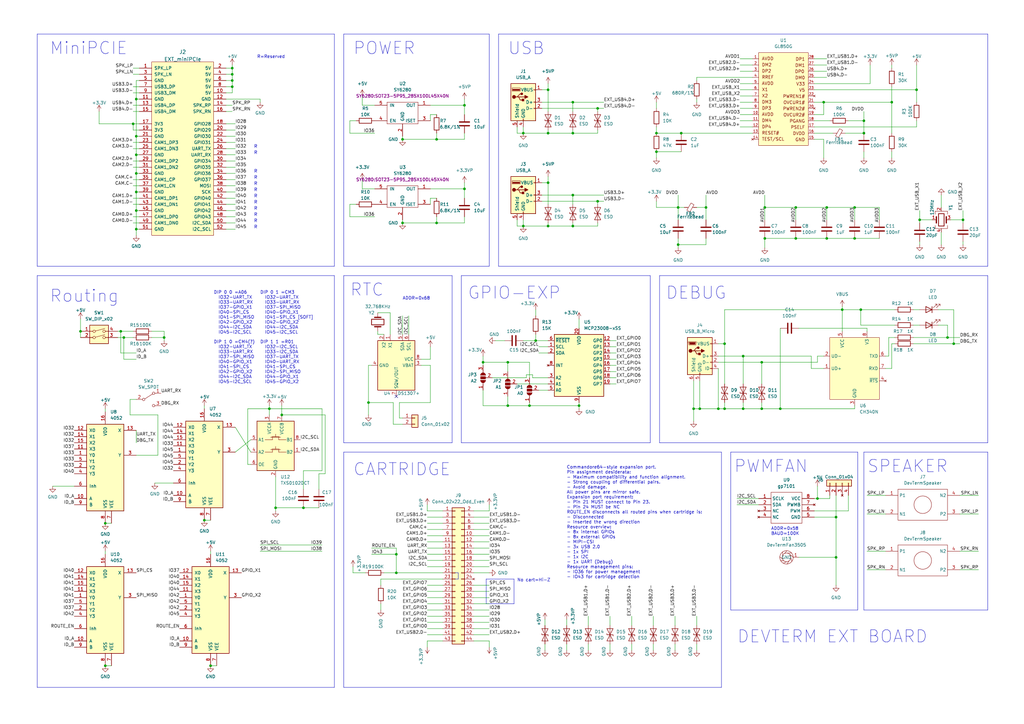
<source format=kicad_sch>
(kicad_sch (version 20230121) (generator eeschema)
  (paper "A3")
  (junction (at 269.24 54.61))
  (junction (at 55.88 78.74))
  (junction (at 339.09 85.09))
  (junction (at 162.56 227.33))
  (junction (at 377.19 90.17))
  (junction (at 391.16 140.97))
  (junction (at 269.24 62.23))
  (junction (at 67.31 138.43))
  (junction (at 294.64 167.64))
  (junction (at 214.63 92.71))
  (junction (at 312.42 148.59))
  (junction (at 54.61 50.8))
  (junction (at 234.95 54.61))
  (junction (at 326.39 85.09))
  (junction (at 224.79 54.61))
  (junction (at 110.49 167.64))
  (junction (at 55.88 63.5))
  (junction (at 208.28 166.37))
  (junction (at 279.4 54.61))
  (junction (at 337.82 41.91))
  (junction (at 217.17 166.37))
  (junction (at 304.8 167.64))
  (junction (at 50.8 138.43))
  (junction (at 320.04 167.64))
  (junction (at 297.18 167.64))
  (junction (at 190.5 43.18))
  (junction (at 224.79 92.71))
  (junction (at 86.36 273.05))
  (junction (at 179.07 91.44))
  (junction (at 342.9 228.6))
  (junction (at 234.95 80.01))
  (junction (at 214.63 54.61))
  (junction (at 198.12 148.59))
  (junction (at 339.09 97.79))
  (junction (at 55.88 40.64))
  (junction (at 95.25 35.56))
  (junction (at 190.5 77.47))
  (junction (at 350.52 85.09))
  (junction (at 287.02 167.64))
  (junction (at 335.28 204.47))
  (junction (at 237.49 166.37))
  (junction (at 394.97 90.17))
  (junction (at 95.25 30.48))
  (junction (at 245.11 82.55))
  (junction (at 297.18 140.97))
  (junction (at 95.25 33.02))
  (junction (at 284.48 167.64))
  (junction (at 388.62 138.43))
  (junction (at 43.18 214.63))
  (junction (at 83.82 213.36))
  (junction (at 208.28 148.59))
  (junction (at 55.88 55.88))
  (junction (at 354.33 49.53))
  (junction (at 179.07 57.15))
  (junction (at 278.13 85.09))
  (junction (at 124.46 208.28))
  (junction (at 234.95 41.91))
  (junction (at 224.79 36.83))
  (junction (at 375.92 36.83))
  (junction (at 33.02 135.89))
  (junction (at 219.71 139.7))
  (junction (at 304.8 146.05))
  (junction (at 313.69 97.79))
  (junction (at 350.52 97.79))
  (junction (at 313.69 85.09))
  (junction (at 354.33 54.61))
  (junction (at 289.56 85.09))
  (junction (at 278.13 100.33))
  (junction (at 43.18 273.05))
  (junction (at 165.1 57.15))
  (junction (at 365.76 41.91))
  (junction (at 49.53 135.89))
  (junction (at 326.39 97.79))
  (junction (at 151.13 165.1))
  (junction (at 245.11 44.45))
  (junction (at 115.57 170.18))
  (junction (at 353.06 127))
  (junction (at 162.56 234.95))
  (junction (at 224.79 74.93))
  (junction (at 55.88 71.12))
  (junction (at 345.44 127))
  (junction (at 55.88 86.36))
  (junction (at 165.1 91.44))
  (junction (at 95.25 27.94))
  (junction (at 312.42 167.64))
  (junction (at 234.95 92.71))
  (junction (at 113.03 208.28))
  (junction (at 55.88 93.98))
  (junction (at 342.9 212.09))
  (no_connect (at 162.56 162.56))
  (polyline (pts (xy 354.33 185.42) (xy 354.33 250.19)))
  (wire (pts (xy 55.88 33.02) (xy 55.88 40.64)))
  (wire (pts (xy 92.71 93.98) (xy 96.52 93.98)))
  (wire (pts (xy 245.11 82.55) (xy 247.65 82.55)))
  (wire (pts (xy 55.88 63.5) (xy 57.15 63.5)))
  (wire (pts (xy 388.62 138.43) (xy 393.7 138.43)))
  (wire (pts (xy 194.31 252.73) (xy 200.66 252.73)))
  (wire (pts (xy 96.52 78.74) (xy 92.71 78.74)))
  (polyline (pts (xy 15.24 113.03) (xy 15.24 281.94)))
  (wire (pts (xy 161.29 165.1) (xy 151.13 165.1)))
  (wire (pts (xy 297.18 127) (xy 345.44 127)))
  (wire (pts (xy 393.7 226.06) (xy 401.32 226.06)))
  (wire (pts (xy 278.13 97.79) (xy 278.13 100.33)))
  (wire (pts (xy 53.34 163.83) (xy 55.88 163.83)))
  (wire (pts (xy 194.31 247.65) (xy 200.66 247.65)))
  (wire (pts (xy 64.77 170.18) (xy 53.34 170.18)))
  (wire (pts (xy 212.09 54.61) (xy 214.63 54.61)))
  (wire (pts (xy 393.7 210.82) (xy 401.32 210.82)))
  (wire (pts (xy 365.76 151.13) (xy 363.22 151.13)))
  (wire (pts (xy 194.31 217.17) (xy 200.66 217.17)))
  (wire (pts (xy 278.13 85.09) (xy 278.13 90.17)))
  (wire (pts (xy 250.19 152.4) (xy 252.73 152.4)))
  (polyline (pts (xy 186.69 237.49) (xy 187.96 237.49)))
  (polyline (pts (xy 185.42 181.61) (xy 185.42 113.03)))
  (wire (pts (xy 55.88 63.5) (xy 55.88 71.12)))
  (wire (pts (xy 313.69 85.09) (xy 326.39 85.09)))
  (wire (pts (xy 157.48 234.95) (xy 162.56 234.95)))
  (wire (pts (xy 340.36 203.2) (xy 340.36 204.47)))
  (wire (pts (xy 297.18 165.1) (xy 297.18 167.64)))
  (wire (pts (xy 64.77 186.69) (xy 64.77 170.18)))
  (wire (pts (xy 175.26 219.71) (xy 181.61 219.71)))
  (wire (pts (xy 382.27 90.17) (xy 377.19 90.17)))
  (wire (pts (xy 355.6 233.68) (xy 363.22 233.68)))
  (wire (pts (xy 194.31 219.71) (xy 200.66 219.71)))
  (wire (pts (xy 297.18 140.97) (xy 294.64 140.97)))
  (wire (pts (xy 219.71 137.16) (xy 219.71 139.7)))
  (wire (pts (xy 353.06 127) (xy 367.03 127)))
  (polyline (pts (xy 137.16 13.97) (xy 137.16 109.22)))
  (wire (pts (xy 54.61 45.72) (xy 57.15 45.72)))
  (wire (pts (xy 218.44 153.67) (xy 215.9 153.67)))
  (wire (pts (xy 337.82 46.99) (xy 337.82 41.91)))
  (wire (pts (xy 250.19 147.32) (xy 252.73 147.32)))
  (wire (pts (xy 113.03 208.28) (xy 124.46 208.28)))
  (wire (pts (xy 92.71 43.18) (xy 95.25 43.18)))
  (wire (pts (xy 393.7 203.2) (xy 401.32 203.2)))
  (wire (pts (xy 222.25 82.55) (xy 245.11 82.55)))
  (wire (pts (xy 326.39 97.79) (xy 339.09 97.79)))
  (wire (pts (xy 153.67 77.47) (xy 148.59 77.47)))
  (wire (pts (xy 175.26 262.89) (xy 181.61 262.89)))
  (wire (pts (xy 132.08 193.04) (xy 124.46 193.04)))
  (wire (pts (xy 234.95 41.91) (xy 247.65 41.91)))
  (polyline (pts (xy 140.97 74.93) (xy 140.97 109.22)))
  (wire (pts (xy 334.01 54.61) (xy 341.63 54.61)))
  (wire (pts (xy 194.31 212.09) (xy 200.66 212.09)))
  (wire (pts (xy 132.08 167.64) (xy 132.08 193.04)))
  (wire (pts (xy 332.74 151.13) (xy 337.82 151.13)))
  (wire (pts (xy 339.09 97.79) (xy 350.52 97.79)))
  (wire (pts (xy 198.12 148.59) (xy 198.12 149.86)))
  (wire (pts (xy 250.19 252.73) (xy 250.19 256.54)))
  (wire (pts (xy 156.21 247.65) (xy 156.21 250.19)))
  (wire (pts (xy 250.19 154.94) (xy 252.73 154.94)))
  (wire (pts (xy 175.26 222.25) (xy 181.61 222.25)))
  (wire (pts (xy 303.53 36.83) (xy 308.61 36.83)))
  (wire (pts (xy 375.92 36.83) (xy 375.92 41.91)))
  (wire (pts (xy 304.8 167.64) (xy 312.42 167.64)))
  (wire (pts (xy 237.49 130.81) (xy 237.49 134.62)))
  (wire (pts (xy 234.95 53.34) (xy 234.95 54.61)))
  (wire (pts (xy 377.19 90.17) (xy 377.19 91.44)))
  (wire (pts (xy 312.42 167.64) (xy 320.04 167.64)))
  (polyline (pts (xy 140.97 281.94) (xy 295.91 281.94)))
  (wire (pts (xy 95.25 35.56) (xy 95.25 33.02)))
  (polyline (pts (xy 140.97 181.61) (xy 185.42 181.61)))
  (wire (pts (xy 393.7 233.68) (xy 401.32 233.68)))
  (wire (pts (xy 303.53 44.45) (xy 308.61 44.45)))
  (wire (pts (xy 294.64 146.05) (xy 304.8 146.05)))
  (wire (pts (xy 386.08 95.25) (xy 386.08 100.33)))
  (polyline (pts (xy 199.39 247.65) (xy 210.82 247.65)))
  (wire (pts (xy 217.17 165.1) (xy 217.17 166.37)))
  (wire (pts (xy 190.5 77.47) (xy 190.5 74.93)))
  (wire (pts (xy 302.26 207.01) (xy 311.15 207.01)))
  (wire (pts (xy 374.65 138.43) (xy 388.62 138.43)))
  (polyline (pts (xy 140.97 13.97) (xy 200.66 13.97)))
  (wire (pts (xy 55.88 93.98) (xy 55.88 96.52)))
  (polyline (pts (xy 200.66 109.22) (xy 140.97 109.22)))
  (wire (pts (xy 303.53 29.21) (xy 308.61 29.21)))
  (wire (pts (xy 222.25 74.93) (xy 224.79 74.93)))
  (wire (pts (xy 55.88 147.32) (xy 50.8 147.32)))
  (wire (pts (xy 234.95 91.44) (xy 234.95 92.71)))
  (wire (pts (xy 161.29 165.1) (xy 161.29 173.99)))
  (wire (pts (xy 224.79 154.94) (xy 218.44 154.94)))
  (wire (pts (xy 354.33 54.61) (xy 354.33 49.53)))
  (wire (pts (xy 214.63 90.17) (xy 214.63 92.71)))
  (wire (pts (xy 334.01 52.07) (xy 375.92 52.07)))
  (wire (pts (xy 332.74 146.05) (xy 332.74 151.13)))
  (polyline (pts (xy 137.16 113.03) (xy 137.16 281.94)))
  (wire (pts (xy 237.49 166.37) (xy 237.49 167.64)))
  (wire (pts (xy 214.63 92.71) (xy 224.79 92.71)))
  (wire (pts (xy 148.59 39.37) (xy 148.59 43.18)))
  (wire (pts (xy 96.52 50.8) (xy 92.71 50.8)))
  (wire (pts (xy 388.62 133.35) (xy 388.62 138.43)))
  (wire (pts (xy 86.36 273.05) (xy 88.9 273.05)))
  (wire (pts (xy 176.53 165.1) (xy 176.53 149.86)))
  (wire (pts (xy 43.18 226.06) (xy 43.18 227.33)))
  (wire (pts (xy 54.61 60.96) (xy 57.15 60.96)))
  (wire (pts (xy 245.11 92.71) (xy 234.95 92.71)))
  (polyline (pts (xy 295.91 185.42) (xy 140.97 185.42)))
  (polyline (pts (xy 204.47 13.97) (xy 405.13 13.97)))
  (wire (pts (xy 151.13 149.86) (xy 151.13 165.1)))
  (wire (pts (xy 165.1 129.54) (xy 165.1 137.16)))
  (wire (pts (xy 245.11 54.61) (xy 234.95 54.61)))
  (wire (pts (xy 350.52 85.09) (xy 360.68 85.09)))
  (wire (pts (xy 250.19 142.24) (xy 252.73 142.24)))
  (wire (pts (xy 113.03 209.55) (xy 113.03 208.28)))
  (wire (pts (xy 245.11 82.55) (xy 245.11 83.82)))
  (wire (pts (xy 374.65 127) (xy 377.19 127)))
  (wire (pts (xy 54.61 76.2) (xy 57.15 76.2)))
  (wire (pts (xy 175.26 255.27) (xy 181.61 255.27)))
  (wire (pts (xy 212.09 92.71) (xy 214.63 92.71)))
  (wire (pts (xy 190.5 43.18) (xy 190.5 46.99)))
  (wire (pts (xy 345.44 127) (xy 345.44 135.89)))
  (wire (pts (xy 245.11 44.45) (xy 245.11 45.72)))
  (wire (pts (xy 152.4 224.79) (xy 162.56 224.79)))
  (wire (pts (xy 215.9 153.67) (xy 215.9 154.94)))
  (polyline (pts (xy 270.51 113.03) (xy 270.51 181.61)))
  (wire (pts (xy 175.26 240.03) (xy 181.61 240.03)))
  (wire (pts (xy 350.52 85.09) (xy 350.52 90.17)))
  (wire (pts (xy 176.53 149.86) (xy 172.72 149.86)))
  (wire (pts (xy 156.21 237.49) (xy 181.61 237.49)))
  (wire (pts (xy 214.63 52.07) (xy 214.63 54.61)))
  (wire (pts (xy 144.78 234.95) (xy 149.86 234.95)))
  (wire (pts (xy 130.81 194.31) (xy 130.81 200.66)))
  (wire (pts (xy 220.98 160.02) (xy 224.79 160.02)))
  (wire (pts (xy 146.05 49.53) (xy 143.51 49.53)))
  (wire (pts (xy 156.21 240.03) (xy 156.21 237.49)))
  (wire (pts (xy 96.52 88.9) (xy 92.71 88.9)))
  (wire (pts (xy 334.01 49.53) (xy 340.36 49.53)))
  (wire (pts (xy 175.26 212.09) (xy 181.61 212.09)))
  (wire (pts (xy 96.52 53.34) (xy 92.71 53.34)))
  (wire (pts (xy 339.09 85.09) (xy 339.09 90.17)))
  (wire (pts (xy 220.98 142.24) (xy 224.79 142.24)))
  (wire (pts (xy 92.71 27.94) (xy 95.25 27.94)))
  (wire (pts (xy 54.61 68.58) (xy 57.15 68.58)))
  (wire (pts (xy 259.08 252.73) (xy 259.08 256.54)))
  (wire (pts (xy 289.56 100.33) (xy 278.13 100.33)))
  (polyline (pts (xy 199.39 237.49) (xy 210.82 237.49)))
  (wire (pts (xy 194.31 257.81) (xy 200.66 257.81)))
  (wire (pts (xy 391.16 127) (xy 391.16 140.97)))
  (polyline (pts (xy 15.24 109.22) (xy 15.24 13.97)))
  (polyline (pts (xy 199.39 237.49) (xy 199.39 247.65)))
  (wire (pts (xy 377.19 86.36) (xy 377.19 90.17)))
  (wire (pts (xy 313.69 97.79) (xy 326.39 97.79)))
  (polyline (pts (xy 299.72 250.19) (xy 299.72 185.42)))
  (wire (pts (xy 208.28 166.37) (xy 217.17 166.37)))
  (wire (pts (xy 294.64 167.64) (xy 297.18 167.64)))
  (wire (pts (xy 342.9 228.6) (xy 342.9 240.03)))
  (wire (pts (xy 208.28 148.59) (xy 198.12 148.59)))
  (wire (pts (xy 83.82 213.36) (xy 86.36 213.36)))
  (wire (pts (xy 212.09 90.17) (xy 212.09 92.71)))
  (polyline (pts (xy 299.72 185.42) (xy 351.79 185.42)))
  (wire (pts (xy 54.61 35.56) (xy 57.15 35.56)))
  (wire (pts (xy 92.71 38.1) (xy 95.25 38.1)))
  (polyline (pts (xy 405.13 13.97) (xy 405.13 109.22)))
  (wire (pts (xy 220.98 144.78) (xy 224.79 144.78)))
  (wire (pts (xy 96.52 83.82) (xy 92.71 83.82)))
  (wire (pts (xy 165.1 90.17) (xy 165.1 91.44)))
  (wire (pts (xy 212.09 157.48) (xy 224.79 157.48)))
  (polyline (pts (xy 295.91 185.42) (xy 295.91 281.94)))
  (wire (pts (xy 162.56 227.33) (xy 162.56 234.95)))
  (wire (pts (xy 194.31 214.63) (xy 200.66 214.63)))
  (wire (pts (xy 92.71 45.72) (xy 95.25 45.72)))
  (wire (pts (xy 224.79 36.83) (xy 224.79 45.72)))
  (wire (pts (xy 163.83 165.1) (xy 163.83 171.45)))
  (wire (pts (xy 154.94 135.89) (xy 154.94 137.16)))
  (wire (pts (xy 241.3 264.16) (xy 241.3 266.7)))
  (polyline (pts (xy 15.24 281.94) (xy 137.16 281.94)))
  (wire (pts (xy 214.63 139.7) (xy 219.71 139.7)))
  (wire (pts (xy 95.25 30.48) (xy 95.25 27.94)))
  (wire (pts (xy 365.76 62.23) (xy 365.76 64.77)))
  (wire (pts (xy 54.61 81.28) (xy 57.15 81.28)))
  (wire (pts (xy 179.07 91.44) (xy 165.1 91.44)))
  (wire (pts (xy 175.26 232.41) (xy 181.61 232.41)))
  (wire (pts (xy 92.71 40.64) (xy 106.68 40.64)))
  (wire (pts (xy 287.02 167.64) (xy 294.64 167.64)))
  (wire (pts (xy 241.3 252.73) (xy 241.3 256.54)))
  (polyline (pts (xy 186.69 234.95) (xy 187.96 234.95)))
  (wire (pts (xy 250.19 157.48) (xy 252.73 157.48)))
  (wire (pts (xy 313.69 80.01) (xy 313.69 85.09)))
  (wire (pts (xy 83.82 166.37) (xy 83.82 167.64)))
  (wire (pts (xy 194.31 245.11) (xy 200.66 245.11)))
  (wire (pts (xy 194.31 234.95) (xy 200.66 234.95)))
  (wire (pts (xy 53.34 170.18) (xy 53.34 163.83)))
  (wire (pts (xy 217.17 148.59) (xy 208.28 148.59)))
  (wire (pts (xy 223.52 254) (xy 223.52 256.54)))
  (wire (pts (xy 55.88 86.36) (xy 55.88 93.98)))
  (wire (pts (xy 224.79 53.34) (xy 224.79 54.61)))
  (wire (pts (xy 224.79 72.39) (xy 224.79 74.93)))
  (wire (pts (xy 55.88 55.88) (xy 55.88 63.5)))
  (wire (pts (xy 54.61 50.8) (xy 57.15 50.8)))
  (wire (pts (xy 67.31 139.7) (xy 67.31 138.43)))
  (wire (pts (xy 224.79 34.29) (xy 224.79 36.83)))
  (wire (pts (xy 146.05 83.82) (xy 143.51 83.82)))
  (wire (pts (xy 232.41 254) (xy 232.41 256.54)))
  (wire (pts (xy 345.44 127) (xy 353.06 127)))
  (wire (pts (xy 153.67 43.18) (xy 148.59 43.18)))
  (wire (pts (xy 334.01 209.55) (xy 347.98 209.55)))
  (wire (pts (xy 365.76 140.97) (xy 365.76 151.13)))
  (polyline (pts (xy 351.79 185.42) (xy 351.79 250.19)))
  (polyline (pts (xy 187.96 234.95) (xy 187.96 237.49)))
  (polyline (pts (xy 15.24 13.97) (xy 137.16 13.97)))
  (wire (pts (xy 190.5 54.61) (xy 190.5 57.15)))
  (wire (pts (xy 342.9 203.2) (xy 342.9 212.09)))
  (wire (pts (xy 224.79 92.71) (xy 234.95 92.71)))
  (wire (pts (xy 154.94 137.16) (xy 157.48 137.16)))
  (wire (pts (xy 364.49 138.43) (xy 367.03 138.43)))
  (wire (pts (xy 285.75 85.09) (xy 289.56 85.09)))
  (wire (pts (xy 194.31 260.35) (xy 200.66 260.35)))
  (wire (pts (xy 49.53 135.89) (xy 54.61 135.89)))
  (wire (pts (xy 92.71 81.28) (xy 96.52 81.28)))
  (wire (pts (xy 176.53 81.28) (xy 179.07 81.28)))
  (wire (pts (xy 285.75 264.16) (xy 285.75 266.7)))
  (polyline (pts (xy 200.66 13.97) (xy 200.66 109.22)))
  (wire (pts (xy 365.76 26.67) (xy 365.76 27.94)))
  (wire (pts (xy 326.39 85.09) (xy 339.09 85.09)))
  (wire (pts (xy 384.81 127) (xy 391.16 127)))
  (wire (pts (xy 391.16 140.97) (xy 393.7 140.97)))
  (wire (pts (xy 334.01 36.83) (xy 375.92 36.83)))
  (wire (pts (xy 96.52 58.42) (xy 92.71 58.42)))
  (wire (pts (xy 234.95 41.91) (xy 234.95 45.72)))
  (wire (pts (xy 175.26 260.35) (xy 181.61 260.35)))
  (wire (pts (xy 92.71 35.56) (xy 95.25 35.56)))
  (wire (pts (xy 337.82 64.77) (xy 337.82 57.15)))
  (wire (pts (xy 345.44 125.73) (xy 345.44 127)))
  (polyline (pts (xy 351.79 250.19) (xy 299.72 250.19)))
  (wire (pts (xy 335.28 146.05) (xy 337.82 146.05)))
  (wire (pts (xy 222.25 41.91) (xy 234.95 41.91)))
  (wire (pts (xy 287.02 167.64) (xy 284.48 167.64)))
  (wire (pts (xy 384.81 133.35) (xy 388.62 133.35)))
  (wire (pts (xy 284.48 167.64) (xy 284.48 172.72)))
  (wire (pts (xy 200.66 209.55) (xy 194.31 209.55)))
  (wire (pts (xy 377.19 99.06) (xy 377.19 100.33)))
  (wire (pts (xy 21.59 199.39) (xy 30.48 199.39)))
  (wire (pts (xy 201.93 154.94) (xy 215.9 154.94)))
  (wire (pts (xy 245.11 53.34) (xy 245.11 54.61)))
  (wire (pts (xy 67.31 138.43) (xy 62.23 138.43)))
  (wire (pts (xy 285.75 252.73) (xy 285.75 256.54)))
  (wire (pts (xy 389.89 90.17) (xy 394.97 90.17)))
  (wire (pts (xy 285.75 31.75) (xy 285.75 33.02)))
  (wire (pts (xy 394.97 90.17) (xy 394.97 91.44)))
  (wire (pts (xy 124.46 208.28) (xy 130.81 208.28)))
  (wire (pts (xy 335.28 148.59) (xy 335.28 146.05)))
  (wire (pts (xy 350.52 97.79) (xy 360.68 97.79)))
  (wire (pts (xy 175.26 207.01) (xy 175.26 209.55)))
  (wire (pts (xy 297.18 140.97) (xy 297.18 157.48)))
  (wire (pts (xy 245.11 44.45) (xy 247.65 44.45)))
  (polyline (pts (xy 210.82 247.65) (xy 210.82 237.49)))
  (wire (pts (xy 312.42 148.59) (xy 335.28 148.59)))
  (wire (pts (xy 144.78 232.41) (xy 144.78 234.95)))
  (wire (pts (xy 55.88 40.64) (xy 55.88 55.88)))
  (wire (pts (xy 106.68 40.64) (xy 106.68 41.91)))
  (wire (pts (xy 279.4 54.61) (xy 308.61 54.61)))
  (polyline (pts (xy 405.13 185.42) (xy 405.13 250.19)))
  (wire (pts (xy 95.25 38.1) (xy 95.25 35.56)))
  (wire (pts (xy 222.25 36.83) (xy 224.79 36.83)))
  (wire (pts (xy 55.88 78.74) (xy 57.15 78.74)))
  (wire (pts (xy 259.08 264.16) (xy 259.08 266.7)))
  (wire (pts (xy 194.31 242.57) (xy 200.66 242.57)))
  (wire (pts (xy 92.71 60.96) (xy 96.52 60.96)))
  (wire (pts (xy 219.71 127) (xy 219.71 129.54)))
  (wire (pts (xy 217.17 166.37) (xy 237.49 166.37)))
  (wire (pts (xy 175.26 250.19) (xy 181.61 250.19)))
  (wire (pts (xy 219.71 139.7) (xy 224.79 139.7)))
  (wire (pts (xy 106.68 223.52) (xy 132.08 223.52)))
  (wire (pts (xy 354.33 62.23) (xy 354.33 64.77)))
  (wire (pts (xy 224.79 54.61) (xy 234.95 54.61)))
  (polyline (pts (xy 140.97 113.03) (xy 140.97 181.61)))
  (wire (pts (xy 92.71 30.48) (xy 95.25 30.48)))
  (polyline (pts (xy 189.23 181.61) (xy 266.7 181.61)))
  (wire (pts (xy 110.49 166.37) (xy 110.49 167.64)))
  (wire (pts (xy 96.52 68.58) (xy 92.71 68.58)))
  (wire (pts (xy 375.92 26.67) (xy 375.92 36.83)))
  (wire (pts (xy 179.07 57.15) (xy 165.1 57.15)))
  (wire (pts (xy 354.33 49.53) (xy 354.33 45.72)))
  (wire (pts (xy 350.52 167.64) (xy 350.52 166.37)))
  (wire (pts (xy 289.56 97.79) (xy 289.56 100.33)))
  (wire (pts (xy 334.01 31.75) (xy 339.09 31.75)))
  (wire (pts (xy 62.23 135.89) (xy 67.31 135.89)))
  (wire (pts (xy 355.6 226.06) (xy 363.22 226.06)))
  (wire (pts (xy 57.15 33.02) (xy 55.88 33.02)))
  (wire (pts (xy 394.97 99.06) (xy 394.97 100.33)))
  (wire (pts (xy 110.49 167.64) (xy 132.08 167.64)))
  (wire (pts (xy 208.28 162.56) (xy 208.28 166.37)))
  (wire (pts (xy 250.19 144.78) (xy 252.73 144.78)))
  (wire (pts (xy 40.64 45.72) (xy 40.64 50.8)))
  (wire (pts (xy 214.63 54.61) (xy 224.79 54.61)))
  (wire (pts (xy 92.71 91.44) (xy 96.52 91.44)))
  (wire (pts (xy 54.61 27.94) (xy 57.15 27.94)))
  (polyline (pts (xy 137.16 113.03) (xy 15.24 113.03)))
  (wire (pts (xy 124.46 193.04) (xy 124.46 200.66)))
  (wire (pts (xy 217.17 154.94) (xy 217.17 148.59)))
  (polyline (pts (xy 140.97 74.93) (xy 140.97 13.97)))
  (wire (pts (xy 294.64 148.59) (xy 312.42 148.59)))
  (wire (pts (xy 113.03 195.58) (xy 113.03 208.28)))
  (wire (pts (xy 55.88 71.12) (xy 55.88 78.74)))
  (wire (pts (xy 208.28 152.4) (xy 208.28 148.59)))
  (wire (pts (xy 334.01 46.99) (xy 337.82 46.99)))
  (wire (pts (xy 194.31 250.19) (xy 200.66 250.19)))
  (wire (pts (xy 152.4 149.86) (xy 151.13 149.86)))
  (wire (pts (xy 176.53 147.32) (xy 176.53 142.24)))
  (wire (pts (xy 198.12 160.02) (xy 198.12 166.37)))
  (wire (pts (xy 133.35 194.31) (xy 130.81 194.31)))
  (wire (pts (xy 250.19 139.7) (xy 252.73 139.7)))
  (wire (pts (xy 54.61 43.18) (xy 57.15 43.18)))
  (wire (pts (xy 355.6 135.89) (xy 355.6 134.62)))
  (wire (pts (xy 269.24 62.23) (xy 279.4 62.23)))
  (wire (pts (xy 355.6 210.82) (xy 363.22 210.82)))
  (wire (pts (xy 339.09 85.09) (xy 350.52 85.09)))
  (wire (pts (xy 190.5 77.47) (xy 190.5 81.28)))
  (wire (pts (xy 218.44 154.94) (xy 218.44 153.67)))
  (wire (pts (xy 223.52 264.16) (xy 223.52 266.7)))
  (wire (pts (xy 302.26 204.47) (xy 311.15 204.47)))
  (polyline (pts (xy 405.13 113.03) (xy 405.13 181.61)))
  (wire (pts (xy 320.04 167.64) (xy 350.52 167.64)))
  (wire (pts (xy 96.52 175.26) (xy 102.87 185.42)))
  (wire (pts (xy 96.52 86.36) (xy 92.71 86.36)))
  (wire (pts (xy 327.66 134.62) (xy 355.6 134.62)))
  (wire (pts (xy 95.25 27.94) (xy 95.25 26.67)))
  (wire (pts (xy 96.52 55.88) (xy 92.71 55.88)))
  (wire (pts (xy 394.97 86.36) (xy 394.97 90.17)))
  (wire (pts (xy 63.5 198.12) (xy 71.12 198.12)))
  (wire (pts (xy 276.86 252.73) (xy 276.86 256.54)))
  (wire (pts (xy 165.1 171.45) (xy 163.83 171.45)))
  (wire (pts (xy 92.71 73.66) (xy 96.52 73.66)))
  (wire (pts (xy 54.61 73.66) (xy 57.15 73.66)))
  (wire (pts (xy 54.61 88.9) (xy 57.15 88.9)))
  (wire (pts (xy 284.48 156.21) (xy 284.48 167.64)))
  (wire (pts (xy 96.52 185.42) (xy 102.87 180.34)))
  (wire (pts (xy 320.04 134.62) (xy 320.04 167.64)))
  (wire (pts (xy 86.36 226.06) (xy 86.36 227.33)))
  (polyline (pts (xy 405.13 113.03) (xy 270.51 113.03)))
  (wire (pts (xy 367.03 140.97) (xy 365.76 140.97)))
  (wire (pts (xy 287.02 156.21) (xy 287.02 167.64)))
  (wire (pts (xy 198.12 166.37) (xy 208.28 166.37)))
  (wire (pts (xy 96.52 71.12) (xy 92.71 71.12)))
  (polyline (pts (xy 137.16 109.22) (xy 15.24 109.22)))
  (wire (pts (xy 40.64 50.8) (xy 54.61 50.8)))
  (wire (pts (xy 190.5 88.9) (xy 190.5 91.44)))
  (wire (pts (xy 175.26 245.11) (xy 181.61 245.11)))
  (wire (pts (xy 360.68 85.09) (xy 360.68 90.17)))
  (wire (pts (xy 175.26 242.57) (xy 181.61 242.57)))
  (wire (pts (xy 110.49 167.64) (xy 110.49 170.18)))
  (wire (pts (xy 176.53 165.1) (xy 163.83 165.1)))
  (wire (pts (xy 194.31 227.33) (xy 200.66 227.33)))
  (wire (pts (xy 55.88 55.88) (xy 57.15 55.88)))
  (wire (pts (xy 152.4 227.33) (xy 162.56 227.33)))
  (wire (pts (xy 54.61 83.82) (xy 57.15 83.82)))
  (wire (pts (xy 334.01 26.67) (xy 339.09 26.67)))
  (wire (pts (xy 347.98 209.55) (xy 347.98 203.2)))
  (wire (pts (xy 143.51 88.9) (xy 153.67 88.9)))
  (wire (pts (xy 176.53 46.99) (xy 179.07 46.99)))
  (wire (pts (xy 334.01 212.09) (xy 342.9 212.09)))
  (wire (pts (xy 312.42 165.1) (xy 312.42 167.64)))
  (wire (pts (xy 285.75 40.64) (xy 285.75 41.91)))
  (wire (pts (xy 326.39 85.09) (xy 326.39 90.17)))
  (wire (pts (xy 308.61 31.75) (xy 285.75 31.75)))
  (wire (pts (xy 43.18 273.05) (xy 45.72 273.05)))
  (wire (pts (xy 203.2 139.7) (xy 207.01 139.7)))
  (wire (pts (xy 334.01 204.47) (xy 335.28 204.47)))
  (wire (pts (xy 364.49 146.05) (xy 364.49 138.43)))
  (wire (pts (xy 101.6 167.64) (xy 101.6 190.5)))
  (wire (pts (xy 54.61 66.04) (xy 57.15 66.04)))
  (wire (pts (xy 303.53 34.29) (xy 308.61 34.29)))
  (wire (pts (xy 55.88 78.74) (xy 55.88 86.36)))
  (wire (pts (xy 48.26 138.43) (xy 50.8 138.43)))
  (wire (pts (xy 267.97 252.73) (xy 267.97 256.54)))
  (wire (pts (xy 340.36 204.47) (xy 335.28 204.47)))
  (wire (pts (xy 365.76 35.56) (xy 365.76 41.91)))
  (wire (pts (xy 165.1 55.88) (xy 165.1 57.15)))
  (wire (pts (xy 269.24 82.55) (xy 269.24 85.09)))
  (wire (pts (xy 179.07 88.9) (xy 179.07 91.44)))
  (wire (pts (xy 190.5 43.18) (xy 190.5 40.64)))
  (wire (pts (xy 92.71 63.5) (xy 96.52 63.5)))
  (wire (pts (xy 269.24 41.91) (xy 269.24 44.45)))
  (wire (pts (xy 162.56 234.95) (xy 181.61 234.95)))
  (wire (pts (xy 67.31 135.89) (xy 67.31 138.43)))
  (wire (pts (xy 176.53 46.99) (xy 176.53 49.53)))
  (wire (pts (xy 175.26 229.87) (xy 181.61 229.87)))
  (wire (pts (xy 303.53 46.99) (xy 308.61 46.99)))
  (polyline (pts (xy 266.7 113.03) (xy 189.23 113.03)))
  (wire (pts (xy 43.18 214.63) (xy 45.72 214.63)))
  (wire (pts (xy 297.18 127) (xy 297.18 140.97)))
  (wire (pts (xy 278.13 100.33) (xy 278.13 101.6)))
  (wire (pts (xy 313.69 97.79) (xy 313.69 101.6)))
  (wire (pts (xy 151.13 170.18) (xy 151.13 165.1)))
  (wire (pts (xy 276.86 264.16) (xy 276.86 266.7)))
  (wire (pts (xy 313.69 85.09) (xy 313.69 90.17)))
  (wire (pts (xy 200.66 262.89) (xy 200.66 265.43)))
  (wire (pts (xy 374.65 140.97) (xy 391.16 140.97)))
  (polyline (pts (xy 140.97 113.03) (xy 185.42 113.03)))
  (polyline (pts (xy 204.47 109.22) (xy 204.47 13.97)))
  (wire (pts (xy 160.02 137.16) (xy 160.02 128.27)))
  (wire (pts (xy 232.41 264.16) (xy 232.41 266.7)))
  (wire (pts (xy 200.66 207.01) (xy 200.66 209.55)))
  (wire (pts (xy 347.98 49.53) (xy 354.33 49.53)))
  (wire (pts (xy 278.13 85.09) (xy 278.13 80.01)))
  (wire (pts (xy 222.25 44.45) (xy 245.11 44.45)))
  (wire (pts (xy 175.26 214.63) (xy 181.61 214.63)))
  (wire (pts (xy 337.82 57.15) (xy 334.01 57.15)))
  (wire (pts (xy 194.31 232.41) (xy 200.66 232.41)))
  (wire (pts (xy 143.51 54.61) (xy 153.67 54.61)))
  (wire (pts (xy 304.8 146.05) (xy 332.74 146.05)))
  (wire (pts (xy 303.53 39.37) (xy 308.61 39.37)))
  (wire (pts (xy 289.56 85.09) (xy 289.56 90.17)))
  (wire (pts (xy 54.61 50.8) (xy 54.61 53.34)))
  (polyline (pts (xy 405.13 109.22) (xy 204.47 109.22)))
  (wire (pts (xy 224.79 91.44) (xy 224.79 92.71)))
  (wire (pts (xy 50.8 138.43) (xy 54.61 138.43)))
  (wire (pts (xy 175.26 217.17) (xy 181.61 217.17)))
  (wire (pts (xy 294.64 151.13) (xy 294.64 167.64)))
  (wire (pts (xy 212.09 52.07) (xy 212.09 54.61)))
  (wire (pts (xy 133.35 170.18) (xy 133.35 194.31)))
  (wire (pts (xy 33.02 130.81) (xy 33.02 135.89)))
  (wire (pts (xy 175.26 257.81) (xy 181.61 257.81)))
  (wire (pts (xy 234.95 80.01) (xy 247.65 80.01)))
  (wire (pts (xy 175.26 262.89) (xy 175.26 265.43)))
  (wire (pts (xy 304.8 165.1) (xy 304.8 167.64)))
  (wire (pts (xy 267.97 264.16) (xy 267.97 266.7)))
  (wire (pts (xy 167.64 129.54) (xy 167.64 137.16)))
  (wire (pts (xy 303.53 26.67) (xy 308.61 26.67)))
  (wire (pts (xy 303.53 49.53) (xy 308.61 49.53)))
  (polyline (pts (xy 270.51 181.61) (xy 405.13 181.61)))
  (wire (pts (xy 176.53 77.47) (xy 190.5 77.47)))
  (wire (pts (xy 337.82 41.91) (xy 365.76 41.91)))
  (wire (pts (xy 278.13 85.09) (xy 280.67 85.09)))
  (wire (pts (xy 175.26 252.73) (xy 181.61 252.73)))
  (wire (pts (xy 346.71 54.61) (xy 354.33 54.61)))
  (wire (pts (xy 335.28 199.39) (xy 335.28 204.47)))
  (wire (pts (xy 54.61 58.42) (xy 57.15 58.42)))
  (wire (pts (xy 194.31 229.87) (xy 200.66 229.87)))
  (wire (pts (xy 54.61 91.44) (xy 57.15 91.44)))
  (wire (pts (xy 386.08 80.01) (xy 386.08 85.09)))
  (wire (pts (xy 289.56 80.01) (xy 289.56 85.09)))
  (wire (pts (xy 375.92 52.07) (xy 375.92 49.53)))
  (wire (pts (xy 269.24 54.61) (xy 279.4 54.61)))
  (wire (pts (xy 55.88 176.53) (xy 55.88 181.61)))
  (wire (pts (xy 175.26 224.79) (xy 181.61 224.79)))
  (wire (pts (xy 334.01 29.21) (xy 339.09 29.21)))
  (wire (pts (xy 175.26 209.55) (xy 181.61 209.55)))
  (wire (pts (xy 172.72 147.32) (xy 176.53 147.32)))
  (wire (pts (xy 54.61 38.1) (xy 57.15 38.1)))
  (wire (pts (xy 176.53 83.82) (xy 176.53 81.28)))
  (wire (pts (xy 115.57 170.18) (xy 133.35 170.18)))
  (wire (pts (xy 95.25 33.02) (xy 95.25 30.48)))
  (wire (pts (xy 327.66 228.6) (xy 342.9 228.6)))
  (wire (pts (xy 148.59 73.66) (xy 148.59 77.47)))
  (wire (pts (xy 194.31 240.03) (xy 200.66 240.03)))
  (wire (pts (xy 50.8 138.43) (xy 50.8 147.32)))
  (wire (pts (xy 297.18 167.64) (xy 304.8 167.64)))
  (wire (pts (xy 303.53 41.91) (xy 308.61 41.91)))
  (wire (pts (xy 222.25 80.01) (xy 234.95 80.01)))
  (wire (pts (xy 269.24 52.07) (xy 269.24 54.61)))
  (polyline (pts (xy 405.13 185.42) (xy 354.33 185.42)))
  (wire (pts (xy 96.52 76.2) (xy 92.71 76.2)))
  (polyline (pts (xy 140.97 185.42) (xy 140.97 281.94)))
  (wire (pts (xy 250.19 149.86) (xy 252.73 149.86)))
  (wire (pts (xy 92.71 33.02) (xy 95.25 33.02)))
  (wire (pts (xy 334.01 41.91) (xy 337.82 41.91)))
  (polyline (pts (xy 354.33 250.19) (xy 405.13 250.19)))
  (wire (pts (xy 194.31 224.79) (xy 200.66 224.79)))
  (wire (pts (xy 363.22 146.05) (xy 364.49 146.05)))
  (wire (pts (xy 312.42 148.59) (xy 312.42 157.48)))
  (wire (pts (xy 269.24 85.09) (xy 278.13 85.09)))
  (wire (pts (xy 96.52 66.04) (xy 92.71 66.04)))
  (wire (pts (xy 303.53 24.13) (xy 308.61 24.13)))
  (wire (pts (xy 334.01 24.13) (xy 339.09 24.13)))
  (wire (pts (xy 342.9 212.09) (xy 342.9 228.6)))
  (wire (pts (xy 355.6 203.2) (xy 363.22 203.2)))
  (wire (pts (xy 132.08 226.06) (xy 106.68 226.06)))
  (wire (pts (xy 43.18 167.64) (xy 43.18 168.91)))
  (wire (pts (xy 303.53 52.07) (xy 308.61 52.07)))
  (wire (pts (xy 365.76 41.91) (xy 365.76 54.61)))
  (wire (pts (xy 179.07 54.61) (xy 179.07 57.15)))
  (wire (pts (xy 374.65 133.35) (xy 377.19 133.35)))
  (wire (pts (xy 367.03 133.35) (xy 353.06 133.35)))
  (wire (pts (xy 176.53 43.18) (xy 190.5 43.18)))
  (wire (pts (xy 54.61 53.34) (xy 57.15 53.34)))
  (wire (pts (xy 33.02 135.89) (xy 33.02 138.43)))
  (wire (pts (xy 234.95 80.01) (xy 234.95 83.82)))
  (wire (pts (xy 304.8 146.05) (xy 304.8 157.48)))
  (wire (pts (xy 356.87 26.67) (xy 356.87 34.29)))
  (wire (pts (xy 237.49 165.1) (xy 237.49 166.37)))
  (polyline (pts (xy 266.7 113.03) (xy 266.7 181.61)))
  (wire (pts (xy 194.31 255.27) (xy 200.66 255.27)))
  (wire (pts (xy 190.5 57.15) (xy 179.07 57.15)))
  (wire (pts (xy 143.51 83.82) (xy 143.51 88.9)))
  (wire (pts (xy 162.56 224.79) (xy 162.56 227.33)))
  (wire (pts (xy 55.88 86.36) (xy 57.15 86.36)))
  (wire (pts (xy 353.06 133.35) (xy 353.06 127)))
  (wire (pts (xy 55.88 186.69) (xy 64.77 186.69)))
  (wire (pts (xy 55.88 71.12) (xy 57.15 71.12)))
  (wire (pts (xy 269.24 62.23) (xy 269.24 64.77)))
  (wire (pts (xy 160.02 128.27) (xy 154.94 128.27)))
  (wire (pts (xy 334.01 34.29) (xy 356.87 34.29)))
  (wire (pts (xy 224.79 74.93) (xy 224.79 83.82)))
  (wire (pts (xy 245.11 91.44) (xy 245.11 92.71)))
  (wire (pts (xy 55.88 93.98) (xy 57.15 93.98)))
  (polyline (pts (xy 189.23 113.03) (xy 189.23 181.61)))
  (wire (pts (xy 57.15 40.64) (xy 55.88 40.64)))
  (wire (pts (xy 54.61 30.48) (xy 57.15 30.48)))
  (wire (pts (xy 194.31 262.89) (xy 200.66 262.89)))
  (wire (pts (xy 101.6 190.5) (xy 102.87 190.5)))
  (wire (pts (xy 250.19 264.16) (xy 250.19 266.7)))
  (wire (pts (xy 175.26 227.33) (xy 181.61 227.33)))
  (wire (pts (xy 161.29 173.99) (xy 165.1 173.99)))
  (wire (pts (xy 49.53 144.78) (xy 49.53 135.89)))
  (wire (pts (xy 194.31 222.25) (xy 200.66 222.25)))
  (wire (pts (xy 48.26 135.89) (xy 49.53 135.89)))
  (wire (pts (xy 143.51 49.53) (xy 143.51 54.61)))
  (wire (pts (xy 115.57 166.37) (xy 115.57 170.18)))
  (wire (pts (xy 198.12 146.05) (xy 198.12 148.59)))
  (wire (pts (xy 190.5 91.44) (xy 179.07 91.44)))
  (wire (pts (xy 110.49 167.64) (xy 101.6 167.64)))
  (wire (pts (xy 55.88 144.78) (xy 49.53 144.78)))
  (wire (pts (xy 175.26 247.65) (xy 181.61 247.65)))
  (text "CARTRIDGE" (at 144.78 195.58 0) (effects (font (size 5 5)) (justify left bottom)))
  (text "Commandore64-style expansion port.\nPin assignment desiderata:\n- Maximum compatibility and function alignment.\n- Strong coupling of differential pairs.\n- Avoid damage.\nAll power pins are mirror safe.\nExpansion port requirement:\n- Pin 21 MUST connect to Pin 23.\n- Pin 24 MUST be NC\nROUTE_EN disconnects all routed pins when cartridge is:\n- Disconnected\n- Inserted the wrong direction\nResource overview:\n- 8x internal GPIOs\n- 8x external GPIOs\n- MIPI-CSI\n- 3x USB 2.0\n- 1x SPI\n- 1x I2C\n- 1x UART (Debug)\nResource management pins:\n- IO36 for power management\n- IO43 for cartridge detection" (at 232.41 237.49 0) (effects (font (size 1.27 1.27)) (justify left bottom)))
  (text "DIP 0 0 =A06\n  IO32-UART_TX\n  IO33-UART_RX\n  IO37-GPIO_X1\n  IO40-SPI_CS\n  IO41-SPI_MISO\n  IO42-GPIO_X2\n  IO44-I2C_SDA\n  IO45-I2C_SCL" (at 87.63 137.16 0) (effects (font (size 1.27 1.27)) (justify left bottom)))
  (text "R" (at 104.14 83.82 0) (effects (font (size 1.27 1.27)) (justify left bottom)))
  (text "R" (at 104.14 81.28 0) (effects (font (size 1.27 1.27)) (justify left bottom)))
  (text "GPIO-EXP" (at 191.77 123.19 0) (effects (font (size 5 5)) (justify left bottom)))
  (text "R" (at 104.14 86.36 0) (effects (font (size 1.27 1.27)) (justify left bottom)))
  (text "MiniPCIE" (at 20.32 22.86 0) (effects (font (size 5 5)) (justify left bottom)))
  (text "R" (at 104.14 71.12 0) (effects (font (size 1.27 1.27)) (justify left bottom)))
  (text "USB" (at 208.28 22.86 0) (effects (font (size 5 5)) (justify left bottom)))
  (text "R=Reserved" (at 105.41 24.13 0) (effects (font (size 1.27 1.27)) (justify left bottom)))
  (text "\nDIP 0 1 =CM3\n  IO32-UART_TX\n  IO33-UART_RX\n  IO37-SPI_MISO\n  IO40-GPIO_X1\n  IO41-SPI_CS [SOFT]\n  IO42-GPIO_X2\n  IO44-I2C_SDA\n  IO45-I2C_SCL\n" (at 106.68 137.16 0) (effects (font (size 1.27 1.27)) (justify left bottom)))
  (text "R" (at 104.14 93.98 0) (effects (font (size 1.27 1.27)) (justify left bottom)))
  (text "DEVTERM EXT BOARD" (at 302.26 264.16 0) (effects (font (size 5 5)) (justify left bottom)))
  (text "R" (at 104.14 60.96 0) (effects (font (size 1.27 1.27)) (justify left bottom)))
  (text "R" (at 104.14 88.9 0) (effects (font (size 1.27 1.27)) (justify left bottom)))
  (text "POWER" (at 144.78 22.86 0) (effects (font (size 5 5)) (justify left bottom)))
  (text "ADDR=0x68" (at 165.1 123.19 0) (effects (font (size 1.27 1.27)) (justify left bottom)))
  (text "PWMFAN" (at 300.99 194.31 0) (effects (font (size 5 5)) (justify left bottom)))
  (text "R" (at 104.14 73.66 0) (effects (font (size 1.27 1.27)) (justify left bottom)))
  (text "R" (at 104.14 63.5 0) (effects (font (size 1.27 1.27)) (justify left bottom)))
  (text "DEBUG" (at 273.05 123.19 0) (effects (font (size 5 5)) (justify left bottom)))
  (text "Routing" (at 20.32 124.46 0) (effects (font (size 5 5)) (justify left bottom)))
  (text "SPEAKER" (at 355.6 194.31 0) (effects (font (size 5 5)) (justify left bottom)))
  (text "No cart=Hi-Z" (at 212.09 238.76 0) (effects (font (size 1.27 1.27)) (justify left bottom)))
  (text "R" (at 104.14 76.2 0) (effects (font (size 1.27 1.27)) (justify left bottom)))
  (text "DIP 1 1 =R01\n  IO32-I2C_SCL\n  IO33-I2C_SDA\n  IO37-UART_TX\n  IO40-UART_RX\n  IO41-SPI_CS\n  IO42-SPI_MISO\n  IO44-GPIO_X1\n  IO45-GPIO_X2" (at 106.68 157.48 0) (effects (font (size 1.27 1.27)) (justify left bottom)))
  (text "R" (at 104.14 91.44 0) (effects (font (size 1.27 1.27)) (justify left bottom)))
  (text "R" (at 104.14 78.74 0) (effects (font (size 1.27 1.27)) (justify left bottom)))
  (text "ADDR=0x58\nBAUD=100K" (at 316.23 219.71 0) (effects (font (size 1.27 1.27)) (justify left bottom)))
  (text "\nDIP 1 0 =CM4(?)\n  IO32-UART_TX\n  IO33-UART_RX\n  IO37-SPI_MISO\n  IO40-GPIO_X1\n  IO41-SPI_CS\n  IO42-GPIO_X2\n  IO44-I2C_SDA\n  IO45-I2C_SCL\n" (at 87.63 157.48 0) (effects (font (size 1.27 1.27)) (justify left bottom)))
  (text "RTC" (at 143.51 121.92 0) (effects (font (size 5 5)) (justify left bottom)))
  (label "AVDD3" (at 360.68 85.09 270))
  (label "IO35" (at 96.52 68.58 0))
  (label "IO41" (at 30.48 237.49 180))
  (label "IO39" (at 96.52 78.74 0))
  (label "IO37" (at 30.48 184.15 180))
  (label "CAM0.D+" (at 54.61 88.9 180))
  (label "USB3.D-" (at 54.61 38.1 180))
  (label "USB3.D+" (at 247.65 80.01 0))
  (label "EXT_USB1.D+" (at 339.09 24.13 0))
  (label "ID_B" (at 30.48 207.01 180))
  (label "IO38" (at 96.52 76.2 0))
  (label "EXT_USB_X1" (at 377.19 86.36 90))
  (label "DVDD" (at 354.33 45.72 180))
  (label "EXT_USB4.D+" (at 303.53 52.07 180))
  (label "IO37" (at 73.66 234.95 180))
  (label "I2C_SDA" (at 165.1 129.54 270))
  (label "EXT_GPIO4" (at 175.26 247.65 180))
  (label "EXT_GPIO1" (at 175.26 255.27 180))
  (label "EXT_USB_X2" (at 303.53 39.37 180))
  (label "SPI_MISO" (at 55.88 245.11 0))
  (label "IO42" (at 96.52 86.36 0))
  (label "IO42" (at 30.48 252.73 180))
  (label "IO30" (at 200.66 255.27 0))
  (label "SPK_LN" (at 355.6 210.82 0))
  (label "I2C_SDA" (at 175.26 229.87 180))
  (label "ROUTE_EN" (at 152.4 224.79 0))
  (label "SPK_RP" (at 95.25 43.18 0))
  (label "CAM1.D+" (at 175.26 219.71 180))
  (label "IO32" (at 30.48 176.53 180))
  (label "GPIO_X2" (at 200.66 247.65 0))
  (label "SPI_CS" (at 200.66 240.03 0))
  (label "EXT_USB1.D-" (at 250.19 252.73 90))
  (label "AVDD" (at 289.56 80.01 0))
  (label "EXT_USB2.D+" (at 303.53 29.21 180))
  (label "EXT_USB3.D+" (at 175.26 214.63 180))
  (label "IO44" (at 96.52 91.44 0))
  (label "IO29" (at 200.66 252.73 0))
  (label "CAM0.D-" (at 54.61 91.44 180))
  (label "IO30" (at 96.52 55.88 0))
  (label "ROUTE_EN" (at 30.48 257.81 180))
  (label "IO45" (at 96.52 93.98 0))
  (label "EXT_USB4.D+" (at 247.65 41.91 0))
  (label "ID_B" (at 55.88 147.32 0))
  (label "I2C_SDA" (at 123.19 185.42 0))
  (label "CAM1.D-" (at 200.66 219.71 0))
  (label "I2C_SCL" (at 220.98 142.24 180))
  (label "CAM2.D-" (at 54.61 68.58 180))
  (label "SPI_MOSI" (at 200.66 229.87 0))
  (label "ID_A" (at 30.48 262.89 180))
  (label "I2C_SDA" (at 302.26 207.01 0))
  (label "CAM.C+" (at 175.26 217.17 180))
  (label "IO32" (at 30.48 179.07 180))
  (label "CAM0.D+" (at 175.26 222.25 180))
  (label "IO40" (at 73.66 237.49 180))
  (label "EXT_USB1.D-" (at 339.09 26.67 0))
  (label "DBG_TX" (at 55.88 181.61 0))
  (label "IO43" (at 96.52 88.9 0))
  (label "USB4.D-" (at 339.09 31.75 0))
  (label "SPI_SCL" (at 106.68 223.52 0))
  (label "I2C_SCL" (at 175.26 232.41 180))
  (label "EXT_GPIO6" (at 175.26 242.57 180))
  (label "SPK_RP" (at 401.32 233.68 180))
  (label "IO28" (at 96.52 50.8 0))
  (label "IO40" (at 30.48 234.95 180))
  (label "IO45" (at 71.12 190.5 180))
  (label "EXT_GPIO2" (at 175.26 252.73 180))
  (label "IO44" (at 73.66 242.57 180))
  (label "USB3.D-" (at 247.65 82.55 0))
  (label "EXT_USB2.D-" (at 267.97 252.73 90))
  (label "CAM3.D+" (at 54.61 58.42 180))
  (label "EXT_USB4.D-" (at 303.53 49.53 180))
  (label "DVDD" (at 278.13 80.01 180))
  (label "IO40" (at 96.52 81.28 0))
  (label "IO33" (at 30.48 186.69 180))
  (label "IO41" (at 96.52 83.82 0))
  (label "DBG_RX" (at 393.7 138.43 0))
  (label "EXT_USB2.D-" (at 303.53 26.67 180))
  (label "EXT_GPIO6" (at 252.73 154.94 0))
  (label "EXT_GPIO7" (at 252.73 157.48 0))
  (label "SPK_RN" (at 95.25 45.72 0))
  (label "ROUTE_EN" (at 73.66 257.81 180))
  (label "IO42" (at 73.66 247.65 180))
  (label "ID_B" (at 71.12 205.74 180))
  (label "IO45" (at 71.12 187.96 180))
  (label "EXT_USB3.D+" (at 276.86 252.73 90))
  (label "EXT_GPIO0" (at 252.73 139.7 0))
  (label "SPI_MOSI" (at 106.68 226.06 0))
  (label "IO44" (at 71.12 177.8 180))
  (label "SPK_LN" (at 401.32 203.2 180))
  (label "IO31" (at 96.52 58.42 0))
  (label "IO32" (at 30.48 181.61 180))
  (label "ID_A" (at 30.48 204.47 180))
  (label "USB4.D+" (at 339.09 29.21 0))
  (label "CAM.C-" (at 200.66 217.17 0))
  (label "EXT_GPIO3" (at 252.73 147.32 0))
  (label "I2C_SDA" (at 220.98 144.78 180))
  (label "USB4.D+" (at 54.61 43.18 180))
  (label "SPK_RN" (at 355.6 233.68 0))
  (label "AVDD" (at 313.69 80.01 180))
  (label "IO44" (at 71.12 180.34 180))
  (label "AVDD2" (at 303.53 34.29 180))
  (label "IO34" (at 200.66 224.79 0))
  (label "AVDD3" (at 350.52 85.09 270))
  (label "CAM.C+" (at 54.61 73.66 180))
  (label "EXT_GPIO3" (at 175.26 250.19 180))
  (label "EXT_GPIO2" (at 252.73 144.78 0))
  (label "CAM0.D-" (at 200.66 222.25 0))
  (label "GPIO_X1" (at 200.66 245.11 0))
  (label "AVDD3" (at 303.53 46.99 180))
  (label "IO42" (at 73.66 250.19 180))
  (label "AVDD1" (at 303.53 24.13 180))
  (label "IO41" (at 30.48 242.57 180))
  (label "IO31" (at 200.66 257.81 0))
  (label "UART_RX" (at 66.04 161.29 0))
  (label "ID_A" (at 55.88 144.78 0))
  (label "EXT_USB3.D-" (at 303.53 41.91 180))
  (label "ID_A" (at 73.66 262.89 180))
  (label "DBG_RX" (at 66.04 166.37 0))
  (label "IO44" (at 71.12 175.26 180))
  (label "SPK_LP" (at 355.6 203.2 0))
  (label "SPK_RN" (at 401.32 226.06 180))
  (label "USB3.D+" (at 54.61 35.56 180))
  (label "IO32" (at 71.12 193.04 180))
  (label "IO39" (at 132.08 223.52 180))
  (label "EXT_USB2.D+" (at 200.66 260.35 0))
  (label "IO28" (at 200.66 250.19 0))
  (label "SPK_LP" (at 401.32 210.82 180))
  (label "EXT_USB4.D-" (at 247.65 44.45 0))
  (label "IO37" (at 96.52 73.66 0))
  (label "ID_B" (at 73.66 265.43 180))
  (label "UART_RX" (at 175.26 224.79 180))
  (label "IO36" (at 153.67 54.61 180))
  (label "IO43" (at 152.4 227.33 0))
  (label "IO35" (at 200.66 227.33 0))
  (label "SPK_RP" (at 355.6 226.06 0))
  (label "CAM3.D-" (at 54.61 60.96 180))
  (label "AVDD2" (at 326.39 85.09 270))
  (label "CAM2.D+" (at 54.61 66.04 180))
  (label "EXT_GPIO5" (at 175.26 245.11 180))
  (label "SPI_MISO" (at 200.66 242.57 0))
  (label "IO33" (at 96.52 63.5 0))
  (label "EXT_USB3.D-" (at 285.75 252.73 90))
  (label "IO29" (at 96.52 53.34 0))
  (label "AVDD2" (at 339.09 85.09 270))
  (label "EXT_USB_X1" (at 303.53 36.83 180))
  (label "EXT_USB3.D+" (at 303.53 44.45 180))
  (label "IO45" (at 71.12 185.42 180))
  (label "IO33" (at 30.48 191.77 180))
  (label "ID_B" (at 30.48 265.43 180))
  (label "IO42" (at 73.66 245.11 180))
  (label "IO41" (at 30.48 245.11 180))
  (label "EXT_GPIO0" (at 175.26 257.81 180))
  (label "IO33" (at 71.12 182.88 180))
  (label "IO40" (at 73.66 240.03 180))
  (label "EXT_GPIO5" (at 252.73 152.4 0))
  (label "I2C_SCL" (at 302.26 204.47 0))
  (label "SPK_LP" (at 54.61 27.94 180))
  (label "EXT_USB1.D+" (at 241.3 252.73 90))
  (label "IO37" (at 30.48 247.65 180))
  (label "CAM1.D-" (at 54.61 83.82 180))
  (label "CAM.C-" (at 54.61 76.2 180))
  (label "IO33" (at 30.48 189.23 180))
  (label "SPK_LN" (at 54.61 30.48 180))
  (label "IO40" (at 30.48 194.31 180))
  (label "IO34" (at 96.52 66.04 0))
  (label "IO41" (at 30.48 240.03 180))
  (label "EXT_USB2.D+" (at 259.08 252.73 90))
  (label "I2C_SCL" (at 123.19 180.34 0))
  (label "CAM1.D+" (at 54.61 81.28 180))
  (label "EXT_GPIO7" (at 175.26 240.03 180))
  (label "IO36" (at 153.67 88.9 180))
  (label "EXT_USB_X2" (at 394.97 86.36 90))
  (label "IO38" (at 132.08 226.06 180))
  (label "EXT_GPIO4" (at 252.73 149.86 0))
  (label "EXT_USB3.D-" (at 200.66 214.63 0))
  (label "IO45" (at 73.66 252.73 180))
  (label "IO37" (at 30.48 250.19 180))
  (label "EXT_USB1.D+" (at 175.26 212.09 180))
  (label "ID_A" (at 71.12 203.2 180))
  (label "USB4.D-" (at 54.61 45.72 180))
  (label "AVDD1" (at 313.69 85.09 270))
  (label "SPI_SCL" (at 200.66 232.41 0))
  (label "IO32" (at 96.52 60.96 0))
  (label "EXT_USB1.D-" (at 200.66 212.09 0))
  (label "DBG_TX" (at 393.7 140.97 0))
  (label "UART_TX" (at 55.88 179.07 0))
  (label "I2C_SCL" (at 167.64 129.54 270))
  (label "UART_TX" (at 175.26 227.33 180))
  (label "IO36" (at 96.52 71.12 0))
  (label "SPI_CS" (at 55.88 234.95 0))
  (label "GPIO_X2" (at 99.06 245.11 0))
  (label "EXT_USB2.D-" (at 175.26 260.35 180))
  (label "GPIO_X1" (at 99.06 234.95 0))
  (label "EXT_GPIO1" (at 252.73 142.24 0))
  (symbol (lib_id "Jumper:SolderJumper_3_Open") (at 217.17 160.02 90) (unit 1)
    (property "Reference" "JP1" (at 214.63 158.7499 90) (effects (justify left)))
    (property "Value" "A0" (at 214.63 161.2899 90) (effects (justify left)))
    (property "Footprint" "Jumper:SolderJumper-3_P1.3mm_Open_Pad1.0x1.5mm" (effects hide))
  )
  (symbol (lib_id "Device:R") (at 370.84 140.97 90) (unit 1)
    (property "Reference" "R18" (at 368.3 143.51 90))
    (property "Value" "1K" (at 373.38 143.51 90))
    (property "Footprint" "Resistor_SMD:R_0805_2012Metric" (effects hide))
  )
  (symbol (lib_id "Connector:USB_A") (at 214.63 41.91 0) (unit 1)
    (property "Reference" "J1" (at 214.63 29.21 0))
    (property "Value" "USB_A" (at 214.63 31.75 0))
    (property "Footprint" "devterm-ext-outline:USB_A_PCBCUT" (effects hide))
    (property "Datasheet" " ~" (effects hide))
  )
  (symbol (lib_id "power:GND") (at 377.19 100.33 0) (unit 1)
    (property "Reference" "#PWR026" (effects hide))
    (property "Value" "GND" (at 377.19 105.41 0))
  )
  (symbol (lib_id "wch-usb-uart:CH340N") (at 350.52 151.13 0) (unit 1)
    (property "Reference" "U6" (at 352.5394 166.37 0) (effects (justify left)))
    (property "Value" "CH340N" (at 352.5394 168.91 0) (effects (justify left)))
    (property "Footprint" "Package_SO:SOP-8_3.9x4.9mm_P1.27mm" (effects hide))
  )
  (symbol (lib_id "Device:R") (at 58.42 135.89 90) (unit 1)
    (property "Reference" "R15" (at 57.1499 133.35 90) (effects (justify left)))
    (property "Value" "100K" (at 62.23 133.35 90) (effects (justify left)))
    (property "Footprint" "Resistor_SMD:R_0805_2012Metric" (effects hide))
  )
  (symbol (lib_id "power:+5V") (at 43.18 226.06 0) (unit 1)
    (property "Reference" "#PWR049" (effects hide))
    (property "Value" "+5V" (at 43.18 222.4842 0))
  )
  (symbol (lib_id "power:+5VP") (at 190.5 40.64 0) (unit 1)
    (property "Reference" "#PWR07" (effects hide))
    (property "Value" "+5VP" (at 190.5 35.56 0))
  )
  (symbol (lib_id "Diode:ESD9B5.0ST5G") (at 285.75 260.35 90) (unit 1)
    (property "Reference" "D19" (at 288.29 259.0799 90) (effects (justify right)))
    (property "Value" "ESD" (at 288.29 261.6199 90) (effects (justify right)))
    (property "Footprint" "Diode_SMD:D_SOD-323" (effects hide))
    (property "Datasheet" "https://www.onsemi.com/pub/Collateral/ESD9B-D.PDF" (effects hide))
  )
  (symbol (lib_id "power:GND") (at 165.1 57.15 0) (unit 1)
    (property "Reference" "#PWR013" (effects hide))
    (property "Value" "GND" (at 161.29 57.15 0))
  )
  (symbol (lib_id "power:+3.3VP") (at 175.26 265.43 180) (unit 1)
    (property "Reference" "#PWR057" (effects hide))
    (property "Value" "+3.3VP" (at 172.72 269.24 90))
  )
  (symbol (lib_id "Diode:ESD9B5.0ST5G") (at 232.41 260.35 90) (unit 1)
    (property "Reference" "D13" (at 234.95 259.0799 90) (effects (justify right)))
    (property "Value" "ESD" (at 234.95 261.6199 90) (effects (justify right)))
    (property "Footprint" "Diode_SMD:D_SOD-323" (effects hide))
    (property "Datasheet" "https://www.onsemi.com/pub/Collateral/ESD9B-D.PDF" (effects hide))
  )
  (symbol (lib_id "Switch:SW_DIP_x02") (at 40.64 138.43 0) (unit 1)
    (property "Reference" "SW1" (at 40.64 128.27 0))
    (property "Value" "SW_DIP_x02" (at 40.64 130.81 0))
    (property "Footprint" "Button_Switch_SMD:SW_DIP_SPSTx02_Slide_6.7x6.64mm_W8.61mm_P2.54mm_LowProfile" (effects hide))
  )
  (symbol (lib_id "Device:FerriteBead_Small") (at 344.17 54.61 90) (unit 1)
    (property "Reference" "FB1" (at 344.17 57.15 90))
    (property "Value" "FerriteBead" (at 344.17 58.42 90))
    (property "Footprint" "Capacitor_SMD:C_0805_2012Metric" (effects hide))
  )
  (symbol (lib_id "Connector_Generic:Conn_01x02") (at 170.18 171.45 0) (unit 1)
    (property "Reference" "J5" (at 172.72 171.4499 0) (effects (justify left)))
    (property "Value" "Conn_01x02" (at 172.72 173.9899 0) (effects (justify left)))
    (property "Footprint" "Connector_Molex:Molex_PicoBlade_53048-0210_1x02_P1.25mm_Horizontal" (effects hide))
  )
  (symbol (lib_id "Device:C") (at 278.13 93.98 0) (unit 1)
    (property "Reference" "C5" (at 270.51 92.71 0) (effects (justify left)))
    (property "Value" "10uF" (at 270.51 95.25 0) (effects (justify left)))
    (property "Footprint" "Capacitor_SMD:C_0805_2012Metric" (effects hide))
  )
  (symbol (lib_id "Diode:ESD9B5.0ST5G") (at 234.95 49.53 90) (unit 1)
    (property "Reference" "D2" (at 237.49 48.2599 90) (effects (justify right)))
    (property "Value" "ESD" (at 237.49 50.7999 90) (effects (justify right)))
    (property "Footprint" "Diode_SMD:D_SOD-323" (effects hide))
    (property "Datasheet" "https://www.onsemi.com/pub/Collateral/ESD9B-D.PDF" (effects hide))
  )
  (symbol (lib_id "Device:C") (at 190.5 85.09 0) (unit 1)
    (property "Reference" "C4" (at 194.31 83.8199 0) (effects (justify left)))
    (property "Value" "10uF" (at 194.31 86.3599 0) (effects (justify left)))
    (property "Footprint" "Capacitor_SMD:C_0805_2012Metric" (effects hide))
  )
  (symbol (lib_id "power:+3.3V") (at 198.12 146.05 0) (unit 1)
    (property "Reference" "#PWR038" (effects hide))
    (property "Value" "+3.3V" (at 191.77 143.51 0) (effects (justify left)))
  )
  (symbol (lib_id "Device:C") (at 377.19 95.25 0) (unit 1)
    (property "Reference" "C12" (at 379.73 93.98 0) (effects (justify left)))
    (property "Value" "20pF" (at 379.73 96.52 0) (effects (justify left)))
    (property "Footprint" "Capacitor_SMD:C_0805_2012Metric" (effects hide))
  )
  (symbol (lib_id "Device:C") (at 350.52 93.98 0) (unit 1)
    (property "Reference" "C10" (at 354.33 92.7099 0) (effects (justify left)))
    (property "Value" "1uF" (at 354.33 95.2499 0) (effects (justify left)))
    (property "Footprint" "Capacitor_SMD:C_0805_2012Metric" (effects hide))
  )
  (symbol (lib_id "power:+5V") (at 83.82 166.37 0) (unit 1)
    (property "Reference" "#PWR039" (effects hide))
    (property "Value" "+5V" (at 83.82 162.7942 0))
  )
  (symbol (lib_id "Device:C") (at 130.81 204.47 0) (unit 1)
    (property "Reference" "C17" (at 132.08 201.93 0) (effects (justify left)))
    (property "Value" "100nF" (at 130.81 207.01 0) (effects (justify left)))
    (property "Footprint" "Capacitor_SMD:C_0805_2012Metric" (effects hide))
  )
  (symbol (lib_id "Device:C") (at 124.46 204.47 0) (unit 1)
    (property "Reference" "C16" (at 118.11 201.93 0) (effects (justify left)))
    (property "Value" "100nF" (at 115.57 204.47 0) (effects (justify left)))
    (property "Footprint" "Capacitor_SMD:C_0805_2012Metric" (effects hide))
  )
  (symbol (lib_id "Device:R") (at 285.75 36.83 180) (unit 1)
    (property "Reference" "R2" (at 281.94 35.56 0) (effects (justify right)))
    (property "Value" "680R/1%" (at 275.59 38.1 0) (effects (justify right)))
    (property "Footprint" "Resistor_SMD:R_0805_2012Metric" (effects hide))
  )
  (symbol (lib_id "Device:R") (at 153.67 234.95 90) (unit 1)
    (property "Reference" "R19" (at 152.3999 232.41 90) (effects (justify left)))
    (property "Value" "100K" (at 157.48 232.41 90) (effects (justify left)))
    (property "Footprint" "Resistor_SMD:R_0805_2012Metric" (effects hide))
  )
  (symbol (lib_id "Device:C") (at 289.56 93.98 0) (unit 1)
    (property "Reference" "C6" (at 292.1 92.71 0) (effects (justify left)))
    (property "Value" "100nF" (at 292.1 95.25 0) (effects (justify left)))
    (property "Footprint" "Capacitor_SMD:C_0805_2012Metric" (effects hide))
  )
  (symbol (lib_id "power:+5VP") (at 224.79 72.39 0) (unit 1)
    (property "Reference" "#PWR018" (effects hide))
    (property "Value" "+5VP" (at 224.79 67.31 0))
  )
  (symbol (lib_id "power:GND") (at 156.21 250.19 0) (mirror y) (unit 1)
    (property "Reference" "#PWR053" (effects hide))
    (property "Value" "GND" (at 156.21 257.81 90) (effects (justify left)))
  )
  (symbol (lib_id "Device:R") (at 365.76 31.75 0) (unit 1)
    (property "Reference" "R1" (at 368.3 30.4799 0) (effects (justify left)))
    (property "Value" "30K" (at 368.3 33.0199 0) (effects (justify left)))
    (property "Footprint" "Resistor_SMD:R_0805_2012Metric" (effects hide))
  )
  (symbol (lib_id "power:GND") (at 237.49 167.64 0) (unit 1)
    (property "Reference" "#PWR041" (effects hide))
    (property "Value" "GND" (at 240.03 168.9099 0) (effects (justify left)))
  )
  (symbol (lib_id "Connector:USB_B_Micro") (at 287.02 146.05 0) (unit 1)
    (property "Reference" "J4" (at 287.02 133.35 0))
    (property "Value" "USB_B_Micro" (at 287.02 135.89 0))
    (property "Footprint" "Connector_USB:USB_Micro-B_Amphenol_10118194_Horizontal" (effects hide))
  )
  (symbol (lib_id "power:GND") (at 223.52 266.7 0) (unit 1)
    (property "Reference" "#PWR059" (effects hide))
    (property "Value" "GND" (at 220.98 269.24 90) (effects (justify left)))
  )
  (symbol (lib_id "Device:C") (at 339.09 93.98 0) (unit 1)
    (property "Reference" "C9" (at 342.9 92.7099 0) (effects (justify left)))
    (property "Value" "1uF" (at 342.9 95.2499 0) (effects (justify left)))
    (property "Footprint" "Capacitor_SMD:C_0805_2012Metric" (effects hide))
  )
  (symbol (lib_id "power:+3.3VP") (at 200.66 207.01 0) (unit 1)
    (property "Reference" "#PWR046" (effects hide))
    (property "Value" "+3.3VP" (at 203.2 205.74 90))
  )
  (symbol (lib_id "power:+5V") (at 269.24 41.91 0) (unit 1)
    (property "Reference" "#PWR09" (effects hide))
    (property "Value" "+5V" (at 269.24 38.3342 0))
  )
  (symbol (lib_id "devterm_symbols:DevTermFan3505") (at 322.58 232.41 180) (unit 1) (in_bom no)
    (property "Reference" "U13" (at 322.58 220.98 0))
    (property "Value" "DevTermFan3505" (at 322.58 223.52 0))
    (property "Footprint" "devterm-ext-outline:turbo_fan_3505" (effects hide))
  )
  (symbol (lib_id "Device:R") (at 375.92 45.72 180) (unit 1)
    (property "Reference" "R3" (at 370.84 45.72 90))
    (property "Value" "100K" (at 373.38 45.72 90))
    (property "Footprint" "Resistor_SMD:R_0805_2012Metric" (effects hide))
  )
  (symbol (lib_id "4xxx:4052") (at 43.18 191.77 0) (unit 1)
    (property "Reference" "U8" (at 45.1994 168.91 0) (effects (justify left)))
    (property "Value" "4052" (at 45.1994 171.45 0) (effects (justify left)))
    (property "Footprint" "Package_SO:SOIC-16_3.9x9.9mm_P1.27mm" (effects hide))
    (property "Datasheet" "http://www.intersil.com/content/dam/Intersil/documents/cd40/cd4051bms-52bms-53bms.pdf" (effects hide))
  )
  (symbol (lib_id "power:+3.3VP") (at 232.41 254 0) (unit 1)
    (property "Reference" "#PWR056" (effects hide))
    (property "Value" "+3.3VP" (at 234.95 252.73 90))
  )
  (symbol (lib_id "Device:R") (at 58.42 138.43 90) (unit 1)
    (property "Reference" "R16" (at 57.15 140.97 90) (effects (justify left)))
    (property "Value" "100K" (at 62.2301 140.97 90) (effects (justify left)))
    (property "Footprint" "Resistor_SMD:R_0805_2012Metric" (effects hide))
  )
  (symbol (lib_id "Diode:ESD9B5.0ST5G") (at 250.19 260.35 90) (unit 1)
    (property "Reference" "D15" (at 252.73 259.0799 90) (effects (justify right)))
    (property "Value" "ESD" (at 252.73 261.6199 90) (effects (justify right)))
    (property "Footprint" "Diode_SMD:D_SOD-323" (effects hide))
    (property "Datasheet" "https://www.onsemi.com/pub/Collateral/ESD9B-D.PDF" (effects hide))
  )
  (symbol (lib_id "power:+3.3V") (at 40.64 45.72 0) (unit 1)
    (property "Reference" "#PWR011" (effects hide))
    (property "Value" "+3.3V" (at 40.64 42.1442 0))
  )
  (symbol (lib_id "Diode:ESD9B5.0ST5G") (at 234.95 87.63 90) (unit 1)
    (property "Reference" "D5" (at 237.49 86.3599 90) (effects (justify right)))
    (property "Value" "ESD" (at 237.49 88.8999 90) (effects (justify right)))
    (property "Footprint" "Diode_SMD:D_SOD-323" (effects hide))
    (property "Datasheet" "https://www.onsemi.com/pub/Collateral/ESD9B-D.PDF" (effects hide))
  )
  (symbol (lib_id "power:+3.3V") (at 356.87 26.67 0) (unit 1)
    (property "Reference" "#PWR02" (effects hide))
    (property "Value" "+3.3V" (at 356.87 23.0942 0))
  )
  (symbol (lib_id "power:+5V") (at 33.02 130.81 0) (unit 1)
    (property "Reference" "#PWR033" (effects hide))
    (property "Value" "+5V" (at 33.02 127.2342 0))
  )
  (symbol (lib_id "power:GND") (at 342.9 240.03 0) (unit 1)
    (property "Reference" "#PWR054" (effects hide))
    (property "Value" "GND" (at 342.9 245.11 0))
  )
  (symbol (lib_id "Diode:ESD9B5.0ST5G") (at 312.42 161.29 90) (unit 1)
    (property "Reference" "D11" (at 314.96 160.0199 90) (effects (justify right)))
    (property "Value" "ESD" (at 314.96 162.5599 90) (effects (justify right)))
    (property "Footprint" "Diode_SMD:D_SOD-323" (effects hide))
    (property "Datasheet" "https://www.onsemi.com/pub/Collateral/ESD9B-D.PDF" (effects hide))
  )
  (symbol (lib_id "power:GND") (at 106.68 41.91 0) (unit 1)
    (property "Reference" "#PWR08" (effects hide))
    (property "Value" "GND" (at 106.68 46.3534 0))
  )
  (symbol (lib_id "Device:R") (at 370.84 133.35 90) (unit 1)
    (property "Reference" "R14" (at 369.57 130.81 90) (effects (justify left)))
    (property "Value" "1K" (at 374.65 130.81 90) (effects (justify left)))
    (property "Footprint" "Resistor_SMD:R_0805_2012Metric" (effects hide))
  )
  (symbol (lib_id "Device:R") (at 219.71 133.35 0) (unit 1)
    (property "Reference" "R13" (at 222.25 132.0799 0) (effects (justify left)))
    (property "Value" "15K" (at 222.25 134.6199 0) (effects (justify left)))
    (property "Footprint" "Resistor_SMD:R_0805_2012Metric" (effects hide))
  )
  (symbol (lib_id "Diode:ESD9B5.0ST5G") (at 245.11 87.63 90) (unit 1)
    (property "Reference" "D6" (at 247.65 86.3599 90) (effects (justify right)))
    (property "Value" "ESD" (at 247.65 88.8999 90) (effects (justify right)))
    (property "Footprint" "Diode_SMD:D_SOD-323" (effects hide))
    (property "Datasheet" "https://www.onsemi.com/pub/Collateral/ESD9B-D.PDF" (effects hide))
  )
  (symbol (lib_id "power:+5V") (at 335.28 199.39 0) (unit 1)
    (property "Reference" "#PWR044" (effects hide))
    (property "Value" "+5V" (at 335.28 195.8142 0))
  )
  (symbol (lib_id "power:GND") (at 386.08 80.01 180) (unit 1)
    (property "Reference" "#PWR021" (effects hide))
    (property "Value" "GND" (at 388.62 78.7399 0) (effects (justify right)))
  )
  (symbol (lib_id "power:+3.3V") (at 269.24 82.55 0) (unit 1)
    (property "Reference" "#PWR022" (effects hide))
    (property "Value" "+3.3V" (at 265.43 78.74 0) (effects (justify left)))
  )
  (symbol (lib_id "power:GND") (at 67.31 139.7 0) (unit 1)
    (property "Reference" "#PWR035" (effects hide))
    (property "Value" "GND" (at 67.31 144.1434 0))
  )
  (symbol (lib_id "power:GND") (at 232.41 266.7 0) (unit 1)
    (property "Reference" "#PWR060" (effects hide))
    (property "Value" "GND" (at 229.87 269.24 90) (effects (justify left)))
  )
  (symbol (lib_id "Diode:ESD9B5.0ST5G") (at 267.97 260.35 90) (unit 1)
    (property "Reference" "D17" (at 270.51 259.0799 90) (effects (justify right)))
    (property "Value" "ESD" (at 270.51 261.6199 90) (effects (justify right)))
    (property "Footprint" "Diode_SMD:D_SOD-323" (effects hide))
    (property "Datasheet" "https://www.onsemi.com/pub/Collateral/ESD9B-D.PDF" (effects hide))
  )
  (symbol (lib_id "Device:C") (at 323.85 134.62 270) (unit 1)
    (property "Reference" "C14" (at 323.85 127 90))
    (property "Value" "100nF" (at 323.85 129.54 90))
    (property "Footprint" "Capacitor_SMD:C_0805_2012Metric" (effects hide))
  )
  (symbol (lib_id "Jumper:SolderJumper_3_Open") (at 208.28 157.48 90) (unit 1)
    (property "Reference" "JP2" (at 205.74 156.2099 90) (effects (justify left)))
    (property "Value" "A1" (at 205.74 158.7499 90) (effects (justify left)))
    (property "Footprint" "Jumper:SolderJumper-3_P1.3mm_Open_Pad1.0x1.5mm" (effects hide))
  )
  (symbol (lib_id "Connector_Generic:Conn_01x04") (at 342.9 198.12 90) (unit 1)
    (property "Reference" "J6" (at 336.55 196.85 90))
    (property "Value" "Conn_01x04" (at 344.17 195.58 90))
    (property "Footprint" "Connector_PinSocket_2.00mm:PinSocket_1x04_P2.00mm_Vertical" (effects hide))
  )
  (symbol (lib_id "Switch:SW_SPDT") (at 60.96 163.83 0) (unit 1)
    (property "Reference" "SW2" (at 60.96 156.21 0))
    (property "Value" "SW_SPDT" (at 60.96 158.75 0))
    (property "Footprint" "Button_Switch_THT:SW_CuK_OS102011MA1QN1_SPDT_Angled" (effects hide))
  )
  (symbol (lib_id "power:+5VP") (at 224.79 34.29 0) (unit 1)
    (property "Reference" "#PWR05" (effects hide))
    (property "Value" "+5VP" (at 224.79 29.21 0))
  )
  (symbol (lib_id "power:GND") (at 86.36 273.05 0) (unit 1)
    (property "Reference" "#PWR068" (effects hide))
    (property "Value" "GND" (at 86.36 277.4934 0))
  )
  (symbol (lib_id "Device:LED") (at 381 127 180) (unit 1)
    (property "Reference" "D7" (at 382.5875 119.38 0))
    (property "Value" "LED" (at 382.5875 121.92 0))
    (property "Footprint" "LED_SMD:LED_0603_1608Metric" (effects hide))
  )
  (symbol (lib_id "power:GND") (at 21.59 199.39 0) (unit 1)
    (property "Reference" "#PWR072" (effects hide))
    (property "Value" "GND" (at 21.59 203.8334 0))
  )
  (symbol (lib_id "power:+5V") (at 375.92 26.67 0) (unit 1)
    (property "Reference" "#PWR04" (effects hide))
    (property "Value" "+5V" (at 375.92 23.0942 0))
  )
  (symbol (lib_id "Device:FerriteBead_Small") (at 283.21 85.09 90) (unit 1)
    (property "Reference" "FB2" (at 283.21 87.63 90))
    (property "Value" "FerriteBead" (at 283.21 88.9 90))
    (property "Footprint" "Capacitor_SMD:C_0805_2012Metric" (effects hide))
  )
  (symbol (lib_id "4xxx:4052") (at 43.18 250.19 0) (unit 1)
    (property "Reference" "U10" (at 45.1994 227.33 0) (effects (justify left)))
    (property "Value" "4052" (at 45.1994 229.87 0) (effects (justify left)))
    (property "Footprint" "Package_SO:SOIC-16_3.9x9.9mm_P1.27mm" (effects hide))
    (property "Datasheet" "http://www.intersil.com/content/dam/Intersil/documents/cd40/cd4051bms-52bms-53bms.pdf" (effects hide))
  )
  (symbol (lib_id "Diode:ESD9B5.0ST5G") (at 304.8 161.29 90) (unit 1)
    (property "Reference" "D10" (at 307.34 160.0199 90) (effects (justify right)))
    (property "Value" "ESD" (at 307.34 162.5599 90) (effects (justify right)))
    (property "Footprint" "Diode_SMD:D_SOD-323" (effects hide))
    (property "Datasheet" "https://www.onsemi.com/pub/Collateral/ESD9B-D.PDF" (effects hide))
  )
  (symbol (lib_id "gp7101:gp7101") (at 322.58 199.39 0) (unit 1)
    (property "Reference" "U9" (at 322.58 196.85 0))
    (property "Value" "gp7101" (at 322.58 199.39 0))
    (property "Footprint" "Package_SO:SOP-8_3.9x4.9mm_P1.27mm" (effects hide))
  )
  (symbol (lib_id "power:GND") (at 285.75 41.91 0) (unit 1)
    (property "Reference" "#PWR010" (effects hide))
    (property "Value" "GND" (at 285.75 46.99 0))
  )
  (symbol (lib_id "power:GND") (at 278.13 101.6 0) (unit 1)
    (property "Reference" "#PWR029" (effects hide))
    (property "Value" "GND" (at 278.13 106.68 0))
  )
  (symbol (lib_id "power:GND") (at 241.3 266.7 0) (unit 1)
    (property "Reference" "#PWR061" (effects hide))
    (property "Value" "GND" (at 238.76 269.24 90) (effects (justify left)))
  )
  (symbol (lib_id "power:GND") (at 284.48 172.72 0) (unit 1)
    (property "Reference" "#PWR043" (effects hide))
    (property "Value" "GND" (at 284.48 177.8 0))
  )
  (symbol (lib_id "power:GND") (at 63.5 198.12 0) (unit 1)
    (property "Reference" "#PWR0101" (effects hide))
    (property "Value" "GND" (at 63.5 202.5634 0))
  )
  (symbol (lib_id "devterm_symbols:DevTermSpeaker") (at 378.46 199.39 0) (unit 1) (in_bom no)
    (property "Reference" "J7" (at 378.46 195.58 0))
    (property "Value" "DevTermSpeaker" (at 378.46 198.12 0))
    (property "Footprint" "devterm-ext-outline:DevTerm-Speaker" (effects hide))
  )
  (symbol (lib_id "Device:R") (at 344.17 49.53 90) (unit 1)
    (property "Reference" "R6" (at 344.17 44.45 90))
    (property "Value" "100K" (at 344.17 46.99 90))
    (property "Footprint" "Resistor_SMD:R_0805_2012Metric" (effects hide))
  )
  (symbol (lib_id "power:GND") (at 365.76 64.77 0) (unit 1)
    (property "Reference" "#PWR017" (effects hide))
    (property "Value" "GND" (at 365.76 69.85 0))
  )
  (symbol (lib_id "Device:R") (at 269.24 58.42 0) (unit 1)
    (property "Reference" "R8" (at 271.78 57.1499 0) (effects (justify left)))
    (property "Value" "47K" (at 271.78 59.6899 0) (effects (justify left)))
    (property "Footprint" "Resistor_SMD:R_0805_2012Metric" (effects hide))
  )
  (symbol (lib_id "power:GND") (at 203.2 139.7 270) (unit 1)
    (property "Reference" "#PWR036" (effects hide))
    (property "Value" "GND" (at 200.66 137.16 90) (effects (justify left)))
  )
  (symbol (lib_id "power:GND") (at 267.97 266.7 0) (unit 1)
    (property "Reference" "#PWR064" (effects hide))
    (property "Value" "GND" (at 265.43 269.24 90) (effects (justify left)))
  )
  (symbol (lib_id "power:GND") (at 43.18 214.63 0) (unit 1)
    (property "Reference" "#PWR048" (effects hide))
    (property "Value" "GND" (at 43.18 219.0734 0))
  )
  (symbol (lib_id "Device:Crystal") (at 154.94 132.08 270) (unit 1)
    (property "Reference" "Y2" (at 152.4 128.27 90))
    (property "Value" "32.768KHz" (at 154.94 125.73 90))
    (property "Footprint" "Crystal:Crystal_DS26_D2.0mm_L6.0mm_Horizontal" (effects hide))
  )
  (symbol (lib_id "power:GND") (at 313.69 101.6 0) (unit 1)
    (property "Reference" "#PWR030" (effects hide))
    (property "Value" "GND" (at 313.69 106.68 0))
  )
  (symbol (lib_id "power:+5VP") (at 175.26 207.01 0) (unit 1)
    (property "Reference" "#PWR045" (effects hide))
    (property "Value" "+5VP" (at 172.72 207.01 90))
  )
  (symbol (lib_id "Device:C") (at 360.68 93.98 0) (unit 1)
    (property "Reference" "C11" (at 363.22 92.71 0) (effects (justify left)))
    (property "Value" "100nF" (at 363.22 95.25 0) (effects (justify left)))
    (property "Footprint" "Capacitor_SMD:C_0805_2012Metric" (effects hide))
  )
  (symbol (lib_id "power:+5V") (at 148.59 39.37 0) (unit 1)
    (property "Reference" "#PWR06" (effects hide))
    (property "Value" "+5V" (at 148.59 34.29 0))
  )
  (symbol (lib_id "power:GND") (at 276.86 266.7 0) (unit 1)
    (property "Reference" "#PWR065" (effects hide))
    (property "Value" "GND" (at 274.32 269.24 90) (effects (justify left)))
  )
  (symbol (lib_id "Interface_Expansion:MCP23008-xSS") (at 237.49 149.86 0) (unit 1)
    (property "Reference" "U5" (at 239.5094 132.08 0) (effects (justify left)))
    (property "Value" "MCP23008-xSS" (at 239.5094 134.62 0) (effects (justify left)))
    (property "Footprint" "Package_SO:SOIC-20W_7.5x12.8mm_P1.27mm" (effects hide))
    (property "Datasheet" "http://ww1.microchip.com/downloads/en/DeviceDoc/MCP23008-MCP23S08-Data-Sheet-20001919F.pdf" (effects hide))
  )
  (symbol (lib_id "Device:R") (at 365.76 58.42 0) (unit 1)
    (property "Reference" "R9" (at 368.3 57.1499 0) (effects (justify left)))
    (property "Value" "30K" (at 368.3 59.6899 0) (effects (justify left)))
    (property "Footprint" "Resistor_SMD:R_0805_2012Metric" (effects hide))
  )
  (symbol (lib_id "sy6280:SY6280") (at 165.1 46.99 0) (unit 1)
    (property "Reference" "U2" (at 165.1 34.29 0))
    (property "Value" "SY6280" (at 165.1 36.83 0))
    (property "Footprint" "SY6280:SOT23-5P95_285X100L45X40N" (at 165.1 39.37 0))
  )
  (symbol (lib_id "Diode:ESD9B5.0ST5G") (at 224.79 87.63 270) (unit 1)
    (property "Reference" "D4" (at 227.33 86.3599 90) (effects (justify left)))
    (property "Value" "ESD" (at 227.33 88.8999 90) (effects (justify left)))
    (property "Footprint" "Diode_SMD:D_SOD-323" (effects hide))
    (property "Datasheet" "https://www.onsemi.com/pub/Collateral/ESD9B-D.PDF" (effects hide))
  )
  (symbol (lib_id "Diode:ESD9B5.0ST5G") (at 276.86 260.35 90) (unit 1)
    (property "Reference" "D18" (at 279.4 259.0799 90) (effects (justify right)))
    (property "Value" "ESD" (at 279.4 261.6199 90) (effects (justify right)))
    (property "Footprint" "Diode_SMD:D_SOD-323" (effects hide))
    (property "Datasheet" "https://www.onsemi.com/pub/Collateral/ESD9B-D.PDF" (effects hide))
  )
  (symbol (lib_id "Device:C") (at 313.69 93.98 0) (unit 1)
    (property "Reference" "C7" (at 316.23 92.71 0) (effects (justify left)))
    (property "Value" "100nF" (at 316.23 95.25 0) (effects (justify left)))
    (property "Footprint" "Capacitor_SMD:C_0805_2012Metric" (effects hide))
  )
  (symbol (lib_id "Device:R") (at 370.84 138.43 90) (unit 1)
    (property "Reference" "R17" (at 368.3 135.89 90))
    (property "Value" "1K" (at 373.38 135.89 90))
    (property "Footprint" "Resistor_SMD:R_0805_2012Metric" (effects hide))
  )
  (symbol (lib_id "power:+5VP") (at 365.76 26.67 0) (unit 1)
    (property "Reference" "#PWR03" (effects hide))
    (property "Value" "+5VP" (at 365.76 22.86 0))
  )
  (symbol (lib_id "Logic_LevelTranslator:TXS0102DCT") (at 113.03 182.88 0) (unit 1)
    (property "Reference" "U12" (at 115.0494 195.58 0) (effects (justify left)))
    (property "Value" "TXS0102DCT" (at 115.0494 198.12 0) (effects (justify left)))
    (property "Footprint" "Package_SO:MSOP-8_3x3mm_P0.65mm" (effects hide))
    (property "Datasheet" "http://www.ti.com/lit/gpn/txs0102" (effects hide))
  )
  (symbol (lib_id "Device:R") (at 269.24 48.26 0) (unit 1)
    (property "Reference" "R4" (at 271.78 46.9899 0) (effects (justify left)))
    (property "Value" "10K" (at 271.78 49.5299 0) (effects (justify left)))
    (property "Footprint" "Resistor_SMD:R_0805_2012Metric" (effects hide))
  )
  (symbol (lib_id "power:GND") (at 250.19 266.7 0) (unit 1)
    (property "Reference" "#PWR062" (effects hide))
    (property "Value" "GND" (at 247.65 269.24 90) (effects (justify left)))
  )
  (symbol (lib_id "4xxx:4052") (at 86.36 250.19 0) (unit 1)
    (property "Reference" "U11" (at 88.3794 227.33 0) (effects (justify left)))
    (property "Value" "4052" (at 88.3794 229.87 0) (effects (justify left)))
    (property "Footprint" "Package_SO:SOIC-16_3.9x9.9mm_P1.27mm" (effects hide))
    (property "Datasheet" "http://www.intersil.com/content/dam/Intersil/documents/cd40/cd4051bms-52bms-53bms.pdf" (effects hide))
  )
  (symbol (lib_id "Device:R") (at 179.07 85.09 0) (unit 1)
    (property "Reference" "R11" (at 180.34 83.82 0) (effects (justify left)))
    (property "Value" "6.8K/1%" (at 180.34 86.36 0) (effects (justify left)))
    (property "Footprint" "Resistor_SMD:R_0805_2012Metric" (effects hide))
  )
  (symbol (lib_id "power:GND") (at 43.18 273.05 0) (unit 1)
    (property "Reference" "#PWR067" (effects hide))
    (property "Value" "GND" (at 43.18 277.4934 0))
  )
  (symbol (lib_id "Device:R") (at 370.84 127 90) (unit 1)
    (property "Reference" "R12" (at 369.5699 124.46 90) (effects (justify left)))
    (property "Value" "1K" (at 374.65 124.46 90) (effects (justify left)))
    (property "Footprint" "Resistor_SMD:R_0805_2012Metric" (effects hide))
  )
  (symbol (lib_id "power:+3.3V") (at 237.49 130.81 0) (unit 1)
    (property "Reference" "#PWR034" (effects hide))
    (property "Value" "+3.3V" (at 231.14 128.27 0) (effects (justify left)))
  )
  (symbol (lib_id "power:+3.3VP") (at 190.5 74.93 0) (unit 1)
    (property "Reference" "#PWR020" (effects hide))
    (property "Value" "+3.3VP" (at 190.5 69.85 0))
  )
  (symbol (lib_id "power:+3.3V") (at 148.59 73.66 0) (unit 1)
    (property "Reference" "#PWR019" (effects hide))
    (property "Value" "+3.3V" (at 148.59 68.58 0))
  )
  (symbol (lib_id "power:GND") (at 83.82 213.36 0) (unit 1)
    (property "Reference" "#PWR047" (effects hide))
    (property "Value" "GND" (at 83.82 217.8034 0))
  )
  (symbol (lib_id "power:GND") (at 394.97 100.33 0) (unit 1)
    (property "Reference" "#PWR028" (effects hide))
    (property "Value" "GND" (at 394.97 105.41 0))
  )
  (symbol (lib_id "GL850G:GL850G") (at 321.31 39.37 0) (unit 1)
    (property "Reference" "U1" (at 321.31 16.51 0))
    (property "Value" "GL850G" (at 321.31 19.05 0))
    (property "Footprint" "GL850G:SSOP28" (effects hide))
  )
  (symbol (lib_id "power:+5VP") (at 223.52 254 0) (unit 1)
    (property "Reference" "#PWR055" (effects hide))
    (property "Value" "+5VP" (at 220.98 254 90))
  )
  (symbol (lib_id "power:GND") (at 269.24 64.77 0) (unit 1)
    (property "Reference" "#PWR014" (effects hide))
    (property "Value" "GND" (at 269.24 69.85 0))
  )
  (symbol (lib_id "power:GND") (at 165.1 91.44 0) (unit 1)
    (property "Reference" "#PWR023" (effects hide))
    (property "Value" "GND" (at 161.29 91.44 0))
  )
  (symbol (lib_id "power:+5V") (at 86.36 226.06 0) (unit 1)
    (property "Reference" "#PWR050" (effects hide))
    (property "Value" "+5V" (at 86.36 222.4842 0))
  )
  (symbol (lib_id "Device:C") (at 190.5 50.8 0) (unit 1)
    (property "Reference" "C1" (at 194.31 49.5299 0) (effects (justify left)))
    (property "Value" "10uF" (at 194.31 52.0699 0) (effects (justify left)))
    (property "Footprint" "Capacitor_SMD:C_0805_2012Metric" (effects hide))
  )
  (symbol (lib_id "Device:Crystal_GND24") (at 386.08 90.17 0) (unit 1)
    (property "Reference" "Y1" (at 389.89 85.09 90))
    (property "Value" "12MHz" (at 382.27 85.09 90))
    (property "Footprint" "Crystal:Crystal_SMD_3225-4Pin_3.2x2.5mm_HandSoldering" (effects hide))
  )
  (symbol (lib_id "Jumper:SolderJumper_3_Open") (at 198.12 154.94 90) (unit 1)
    (property "Reference" "JP3" (at 195.58 153.6699 90) (effects (justify left)))
    (property "Value" "A2" (at 195.58 156.2099 90) (effects (justify left)))
    (property "Footprint" "Jumper:SolderJumper-3_P1.3mm_Open_Pad1.0x1.5mm" (effects hide))
  )
  (symbol (lib_id "power:+5V") (at 43.18 167.64 0) (unit 1)
    (property "Reference" "#PWR040" (effects hide))
    (property "Value" "+5V" (at 43.18 164.0642 0))
  )
  (symbol (lib_id "power:GND") (at 214.63 92.71 0) (unit 1)
    (property "Reference" "#PWR024" (effects hide))
    (property "Value" "GND" (at 214.63 97.79 0))
  )
  (symbol (lib_id "power:+5V") (at 95.25 26.67 0) (unit 1)
    (property "Reference" "#PWR01" (effects hide))
    (property "Value" "+5V" (at 95.25 23.0942 0))
  )
  (symbol (lib_id "4xxx:4052") (at 83.82 190.5 0) (unit 1)
    (property "Reference" "U7" (at 85.8394 167.64 0) (effects (justify left)))
    (property "Value" "4052" (at 85.8394 170.18 0) (effects (justify left)))
    (property "Footprint" "Package_SO:SOIC-16_3.9x9.9mm_P1.27mm" (effects hide))
    (property "Datasheet" "http://www.intersil.com/content/dam/Intersil/documents/cd40/cd4051bms-52bms-53bms.pdf" (effects hide))
  )
  (symbol (lib_id "Diode:ESD9B5.0ST5G") (at 297.18 161.29 90) (unit 1)
    (property "Reference" "D9" (at 299.72 160.0199 90) (effects (justify right)))
    (property "Value" "ESD" (at 299.72 162.5599 90) (effects (justify right)))
    (property "Footprint" "Diode_SMD:D_SOD-323" (effects hide))
    (property "Datasheet" "https://www.onsemi.com/pub/Collateral/ESD9B-D.PDF" (effects hide))
  )
  (symbol (lib_id "power:+5V") (at 115.57 166.37 0) (unit 1)
    (property "Reference" "#PWR071" (effects hide))
    (property "Value" "+5V" (at 115.57 162.7942 0))
  )
  (symbol (lib_id "Connector_Generic:Conn_02x22_Odd_Even") (at 186.69 234.95 0) (unit 1)
    (property "Reference" "J9" (at 187.96 203.2 0))
    (property "Value" "Conn_02x22_Odd_Even" (at 187.96 205.74 0))
    (property "Footprint" "devterm-ext-outline:C64-Cart-Socket-Horizontal" (effects hide))
  )
  (symbol (lib_id "Device:R") (at 179.07 50.8 0) (unit 1)
    (property "Reference" "R7" (at 180.34 49.53 0) (effects (justify left)))
    (property "Value" "6.8K/1%" (at 180.34 52.07 0) (effects (justify left)))
    (property "Footprint" "Resistor_SMD:R_0805_2012Metric" (effects hide))
  )
  (symbol (lib_id "Diode:ESD9B5.0ST5G") (at 223.52 260.35 90) (unit 1)
    (property "Reference" "D12" (at 226.06 259.0799 90) (effects (justify right)))
    (property "Value" "ESD" (at 226.06 261.6199 90) (effects (justify right)))
    (property "Footprint" "Diode_SMD:D_SOD-323" (effects hide))
    (property "Datasheet" "https://www.onsemi.com/pub/Collateral/ESD9B-D.PDF" (effects hide))
  )
  (symbol (lib_id "power:GND") (at 113.03 209.55 0) (unit 1)
    (property "Reference" "#PWR070" (effects hide))
    (property "Value" "GND" (at 113.03 213.9934 0))
  )
  (symbol (lib_id "power:GND") (at 337.82 64.77 0) (unit 1)
    (property "Reference" "#PWR015" (effects hide))
    (property "Value" "GND" (at 337.82 69.85 0))
  )
  (symbol (lib_id "power:+3.3V") (at 110.49 166.37 0) (unit 1)
    (property "Reference" "#PWR069" (effects hide))
    (property "Value" "+3.3V" (at 110.49 162.56 0))
  )
  (symbol (lib_id "mpcie:miniPCIe") (at 74.93 59.69 0) (unit 1)
    (property "Reference" "J2" (at 74.93 21.3159 0) (effects (font (size 1.524 1.524))))
    (property "Value" "EXT_miniPCIe" (at 74.93 24.3093 0) (effects (font (size 1.524 1.524))))
    (property "Footprint" "mpcie:mini-PCIe" (effects hide))
    (property "Datasheet" "https://pcisig.com/specifications/pciexpress/base" (effects hide))
  )
  (symbol (lib_id "sy6280:SY6280") (at 165.1 81.28 0) (unit 1)
    (property "Reference" "U3" (at 165.1 68.58 0))
    (property "Value" "SY6280" (at 165.1 71.12 0))
    (property "Footprint" "SY6280:SOT23-5P95_285X100L45X40N" (at 165.1 73.66 0))
  )
  (symbol (lib_id "power:VBUS") (at 345.44 125.73 0) (unit 1)
    (property "Reference" "#PWR031" (effects hide))
    (property "Value" "VBUS" (at 345.44 120.65 0))
  )
  (symbol (lib_id "Device:R") (at 149.86 83.82 90) (unit 1)
    (property "Reference" "R10" (at 149.86 78.74 90))
    (property "Value" "10K" (at 149.86 81.28 90))
    (property "Footprint" "Resistor_SMD:R_0805_2012Metric" (effects hide))
  )
  (symbol (lib_id "power:GND") (at 55.88 96.52 0) (unit 1)
    (property "Reference" "#PWR025" (effects hide))
    (property "Value" "GND" (at 55.88 100.9634 0))
  )
  (symbol (lib_id "Device:C") (at 394.97 95.25 0) (unit 1)
    (property "Reference" "C13" (at 397.51 93.98 0) (effects (justify left)))
    (property "Value" "20pF" (at 397.51 96.52 0) (effects (justify left)))
    (property "Footprint" "Capacitor_SMD:C_0805_2012Metric" (effects hide))
  )
  (symbol (lib_id "power:GND") (at 354.33 64.77 0) (unit 1)
    (property "Reference" "#PWR016" (effects hide))
    (property "Value" "GND" (at 354.33 69.85 0))
  )
  (symbol (lib_id "Device:R") (at 156.21 243.84 180) (unit 1)
    (property "Reference" "R20" (at 158.75 242.5699 0) (effects (justify right)))
    (property "Value" "10K" (at 158.75 245.1099 0) (effects (justify right)))
    (property "Footprint" "Resistor_SMD:R_0805_2012Metric" (effects hide))
  )
  (symbol (lib_id "power:GND") (at 285.75 266.7 0) (unit 1)
    (property "Reference" "#PWR066" (effects hide))
    (property "Value" "GND" (at 283.21 269.24 90) (effects (justify left)))
  )
  (symbol (lib_id "Device:C") (at 354.33 58.42 0) (unit 1)
    (property "Reference" "C3" (at 356.87 57.15 0) (effects (justify left)))
    (property "Value" "100nF" (at 356.87 59.69 0) (effects (justify left)))
    (property "Footprint" "Capacitor_SMD:C_0805_2012Metric" (effects hide))
  )
  (symbol (lib_id "Diode:ESD9B5.0ST5G") (at 224.79 49.53 270) (unit 1)
    (property "Reference" "D1" (at 227.33 48.2599 90) (effects (justify left)))
    (property "Value" "ESD" (at 227.33 50.7999 90) (effects (justify left)))
    (property "Footprint" "Diode_SMD:D_SOD-323" (effects hide))
    (property "Datasheet" "https://www.onsemi.com/pub/Collateral/ESD9B-D.PDF" (effects hide))
  )
  (symbol (lib_id "Diode:ESD9B5.0ST5G") (at 259.08 260.35 90) (unit 1)
    (property "Reference" "D16" (at 261.62 259.0799 90) (effects (justify right)))
    (property "Value" "ESD" (at 261.62 261.6199 90) (effects (justify right)))
    (property "Footprint" "Diode_SMD:D_SOD-323" (effects hide))
    (property "Datasheet" "https://www.onsemi.com/pub/Collateral/ESD9B-D.PDF" (effects hide))
  )
  (symbol (lib_id "Timer_RTC:DS1307+") (at 162.56 149.86 270) (unit 1)
    (property "Reference" "U4" (at 158.75 161.29 90))
    (property "Value" "DS1307+" (at 167.64 161.29 90))
    (property "Footprint" "devterm-ext-outline:SOIC-8" (effects hide))
    (property "Datasheet" "https://datasheets.maximintegrated.com/en/ds/DS1307.pdf" (effects hide))
  )
  (symbol (lib_id "Device:C") (at 279.4 58.42 0) (unit 1)
    (property "Reference" "C2" (at 283.21 57.1499 0) (effects (justify left)))
    (property "Value" "1uF" (at 283.21 59.6899 0) (effects (justify left)))
    (property "Footprint" "Capacitor_SMD:C_0805_2012Metric" (effects hide))
  )
  (symbol (lib_id "devterm_symbols:DevTermSpeaker") (at 378.46 222.25 0) (unit 1) (in_bom no)
    (property "Reference" "J8" (at 378.46 218.44 0))
    (property "Value" "DevTermSpeaker" (at 378.46 220.98 0))
    (property "Footprint" "devterm-ext-outline:DevTerm-Speaker" (effects hide))
  )
  (symbol (lib_id "power:+5VP") (at 200.66 265.43 180) (unit 1)
    (property "Reference" "#PWR058" (effects hide))
    (property "Value" "+5VP" (at 203.2 267.97 90))
  )
  (symbol (lib_id "power:GND") (at 151.13 170.18 0) (unit 1)
    (property "Reference" "#PWR042" (effects hide))
    (property "Value" "GND" (at 152.4 173.99 0) (effects (justify right)))
  )
  (symbol (lib_id "Device:C") (at 326.39 93.98 0) (unit 1)
    (property "Reference" "C8" (at 328.93 92.71 0) (effects (justify left)))
    (property "Value" "100nF" (at 328.93 95.25 0) (effects (justify left)))
    (property "Footprint" "Capacitor_SMD:C_0805_2012Metric" (effects hide))
  )
  (symbol (lib_id "Device:C") (at 210.82 139.7 90) (unit 1)
    (property "Reference" "C15" (at 210.82 143.51 90))
    (property "Value" "100nF" (at 210.82 135.89 90))
    (property "Footprint" "Capacitor_SMD:C_0805_2012Metric" (effects hide))
  )
  (symbol (lib_id "Device:R") (at 149.86 49.53 90) (unit 1)
    (property "Reference" "R5" (at 149.86 44.45 90))
    (property "Value" "10K" (at 149.86 46.99 90))
    (property "Footprint" "Resistor_SMD:R_0805_2012Metric" (effects hide))
  )
  (symbol (lib_id "Diode:ESD9B5.0ST5G") (at 241.3 260.35 90) (unit 1)
    (property "Reference" "D14" (at 243.84 259.0799 90) (effects (justify right)))
    (property "Value" "ESD" (at 243.84 261.6199 90) (effects (justify right)))
    (property "Footprint" "Diode_SMD:D_SOD-323" (effects hide))
    (property "Datasheet" "https://www.onsemi.com/pub/Collateral/ESD9B-D.PDF" (effects hide))
  )
  (symbol (lib_id "Diode:ESD9B5.0ST5G") (at 245.11 49.53 90) (unit 1)
    (property "Reference" "D3" (at 247.65 48.2599 90) (effects (justify right)))
    (property "Value" "ESD" (at 247.65 50.7999 90) (effects (justify right)))
    (property "Footprint" "Diode_SMD:D_SOD-323" (effects hide))
    (property "Datasheet" "https://www.onsemi.com/pub/Collateral/ESD9B-D.PDF" (effects hide))
  )
  (symbol (lib_id "power:+5V") (at 176.53 142.24 0) (unit 1)
    (property "Reference" "#PWR037" (effects hide))
    (property "Value" "+5V" (at 176.53 138.43 0))
  )
  (symbol (lib_id "power:GND") (at 259.08 266.7 0) (unit 1)
    (property "Reference" "#PWR063" (effects hide))
    (property "Value" "GND" (at 256.54 269.24 90) (effects (justify left)))
  )
  (symbol (lib_id "Connector:USB_A") (at 214.63 80.01 0) (unit 1)
    (property "Reference" "J3" (at 214.63 67.31 0))
    (property "Value" "USB_A" (at 214.63 69.85 0))
    (property "Footprint" "devterm-ext-outline:USB_A_PCBCUT" (effects hide))
    (property "Datasheet" " ~" (effects hide))
  )
  (symbol (lib_id "power:GND") (at 214.63 54.61 0) (unit 1)
    (property "Reference" "#PWR012" (effects hide))
    (property "Value" "GND" (at 214.63 59.69 0))
  )
  (symbol (lib_id "power:+3.3V") (at 219.71 127 0) (unit 1)
    (property "Reference" "#PWR032" (effects hide))
    (property "Value" "+3.3V" (at 213.36 124.46 0) (effects (justify left)))
  )
  (symbol (lib_id "power:GND") (at 386.08 100.33 0) (unit 1)
    (property "Reference" "#PWR027" (effects hide))
    (property "Value" "GND" (at 386.08 105.41 0))
  )
  (symbol (lib_id "power:GND") (at 200.66 234.95 90) (unit 1)
    (property "Reference" "#PWR052" (effects hide))
    (property "Value" "GND" (at 208.28 234.95 90) (effects (justify left)))
  )
  (symbol (lib_id "power:+3.3VP") (at 144.78 232.41 0) (unit 1)
    (property "Reference" "#PWR051" (effects hide))
    (property "Value" "+3.3VP" (at 147.32 231.14 90))
  )
  (symbol (lib_id "Device:LED") (at 381 133.35 180) (unit 1)
    (property "Reference" "D8" (at 382.5875 137.16 0))
    (property "Value" "LED" (at 382.5875 139.7 0))
    (property "Footprint" "LED_SMD:LED_0603_1608Metric" (effects hide))
  )
)
</source>
